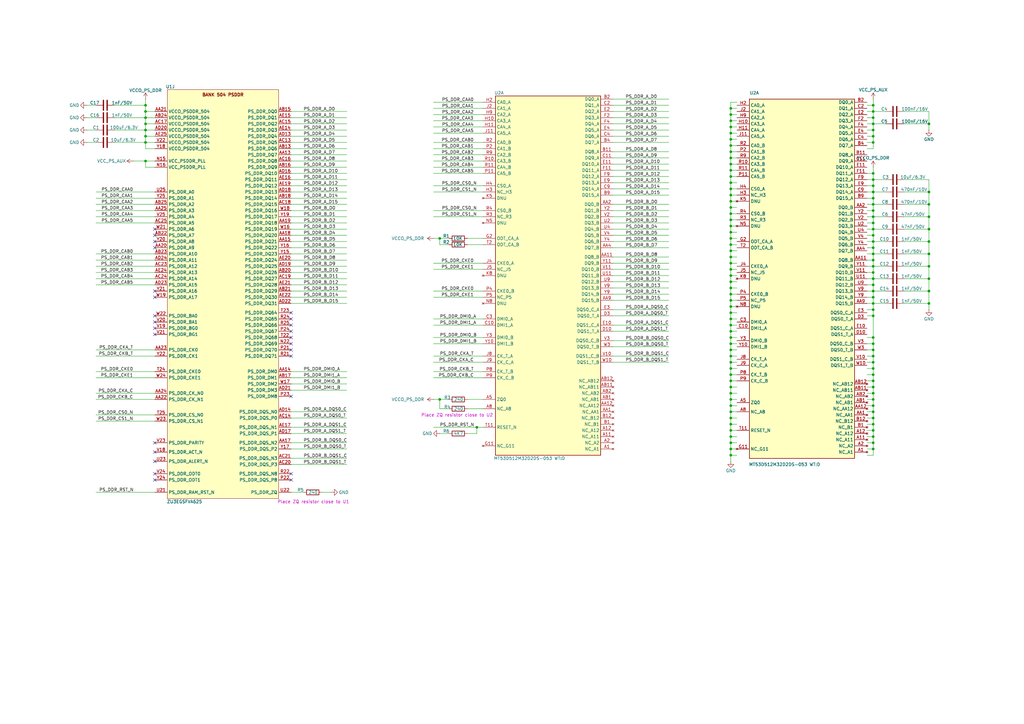
<source format=kicad_sch>
(kicad_sch (version 20250114) (generator "eeschema") (generator_version "9.0")
  (paper "A3")
  (lib_symbols
    (symbol "User:MLCC 100nF 16V ±10% X7R 0402" (pin_numbers (hide yes)) (pin_names (offset 0.254)) (exclude_from_sim yes)
      (property "Reference" "C" (at 0.635 2.54 0))
      (property "Value" "100nF/16V" (at 0.635 -2.54 0))
      (symbol "MLCC 100nF 16V ±10% X7R 0402_1_1"
        (pin passive line (at 0 3.81 270) (length 2.794) (name "~") (number "1"))
        (pin passive line (at 0 -3.81 90) (length 2.794) (name "~") (number "2"))
      )
    )
    (symbol "User:MLCC 100uF 6.3V ±20% X5R 0805" (pin_numbers (hide yes)) (pin_names (offset 0.254)) (exclude_from_sim yes)
      (property "Reference" "C" (at 0.635 2.54 0))
      (property "Value" "100uF/6.3V" (at 0.635 -2.54 0))
      (symbol "MLCC 100uF 6.3V ±20% X5R 0805_1_1"
        (pin passive line (at 0 3.81 270) (length 2.794) (name "~") (number "1"))
        (pin passive line (at 0 -3.81 90) (length 2.794) (name "~") (number "2"))
      )
    )
    (symbol "User:MLCC 10uF 6.3V ±20% X5R 0402" (pin_numbers (hide yes)) (pin_names (offset 0.254)) (exclude_from_sim yes)
      (property "Reference" "C" (at 0.635 2.54 0))
      (property "Value" "10uF/6.3V" (at 0.635 -2.54 0))
      (symbol "MLCC 10uF 6.3V ±20% X5R 0402_1_1"
        (pin passive line (at 0 3.81 270) (length 2.794) (name "~") (number "1"))
        (pin passive line (at 0 -3.81 90) (length 2.794) (name "~") (number "2"))
      )
    )
    (symbol "User:MLCC 1nF 50V ±10% X7R 0402" (pin_numbers (hide yes)) (pin_names (offset 0.254)) (exclude_from_sim yes)
      (property "Reference" "C" (at 0.635 2.54 0))
      (property "Value" "1nF/50V" (at 0.635 -2.54 0))
      (symbol "MLCC 1nF 50V ±10% X7R 0402_1_1"
        (pin passive line (at 0 3.81 270) (length 2.794) (name "~") (number "1"))
        (pin passive line (at 0 -3.81 90) (length 2.794) (name "~") (number "2"))
      )
    )
    (symbol "User:MLCC 470nF 10V ±10% X5R 0402" (pin_numbers (hide yes)) (pin_names (offset 0.254)) (exclude_from_sim yes)
      (property "Reference" "C" (at 0.635 2.54 0))
      (property "Value" "470nF/10V" (at 0.635 -2.54 0))
      (symbol "MLCC 470nF 10V ±10% X5R 0402_1_1"
        (pin passive line (at 0 3.81 270) (length 2.794) (name "~") (number "1"))
        (pin passive line (at 0 -3.81 90) (length 2.794) (name "~") (number "2"))
      )
    )
    (symbol "User:MLCC 47nF 50V ±10% X7R 0402" (pin_numbers (hide yes)) (pin_names (offset 0.254)) (exclude_from_sim yes)
      (property "Reference" "C" (at 0.635 2.54 0))
      (property "Value" "47nF/50V" (at 0.635 -2.54 0))
      (symbol "MLCC 47nF 50V ±10% X7R 0402_1_1"
        (pin passive line (at 0 3.81 270) (length 2.794) (name "~") (number "1"))
        (pin passive line (at 0 -3.81 90) (length 2.794) (name "~") (number "2"))
      )
    )
    (symbol "User:MT53D512M32D2DS-053-WT" (exclude_from_sim yes)
      (property "Reference" "U" (at -0.254 75.946 0))
      (property "Value" "MT53D512M32D2DS-053 WT:D" (at 0 -76.962 0))
      (symbol "MT53D512M32D2DS-053-WT_1_0"
        (pin bidirectional line (at -26.67 71.12 0) (length 5.08) (name "CA0_A") (number "H2"))
        (pin bidirectional line (at -26.67 68.58 0) (length 5.08) (name "CA1_A") (number "J2"))
        (pin bidirectional line (at -26.67 66.04 0) (length 5.08) (name "CA2_A") (number "H9"))
        (pin bidirectional line (at -26.67 63.5 0) (length 5.08) (name "CA3_A") (number "H10"))
        (pin bidirectional line (at -26.67 60.96 0) (length 5.08) (name "CA4_A") (number "H11"))
        (pin bidirectional line (at -26.67 58.42 0) (length 5.08) (name "CA5_A") (number "J11"))
        (pin bidirectional line (at -26.67 54.61 0) (length 5.08) (name "CA0_B") (number "R2"))
        (pin bidirectional line (at -26.67 52.07 0) (length 5.08) (name "CA1_B") (number "P2"))
        (pin bidirectional line (at -26.67 49.53 0) (length 5.08) (name "CA2_B") (number "R9"))
        (pin bidirectional line (at -26.67 46.99 0) (length 5.08) (name "CA3_B") (number "R10"))
        (pin bidirectional line (at -26.67 44.45 0) (length 5.08) (name "CA4_B") (number "R11"))
        (pin bidirectional line (at -26.67 41.91 0) (length 5.08) (name "CA5_B") (number "P11"))
        (pin bidirectional line (at -26.67 36.83 0) (length 5.08) (name "CS0_A") (number "H4"))
        (pin bidirectional line (at -26.67 34.29 0) (length 5.08) (name "NC_H3") (number "H3"))
        (pin no_connect line (at -26.67 31.75 0) (length 5.08) (name "DNU") (number "K5"))
        (pin bidirectional line (at -26.67 26.67 0) (length 5.08) (name "CS0_B") (number "R4"))
        (pin bidirectional line (at -26.67 24.13 0) (length 5.08) (name "NC_R3") (number "R3"))
        (pin no_connect line (at -26.67 21.59 0) (length 5.08) (name "DNU") (number "N5"))
        (pin bidirectional line (at -26.67 15.24 0) (length 5.08) (name "ODT_CA_A") (number "G2"))
        (pin bidirectional line (at -26.67 12.7 0) (length 5.08) (name "ODT_CA_B") (number "T2"))
        (pin bidirectional line (at -26.67 5.08 0) (length 5.08) (name "CKE0_A") (number "J4"))
        (pin bidirectional line (at -26.67 2.54 0) (length 5.08) (name "NC_J5") (number "J5"))
        (pin no_connect line (at -26.67 0 0) (length 5.08) (name "DNU") (number "K8"))
        (pin bidirectional line (at -26.67 -6.35 0) (length 5.08) (name "CKE0_B") (number "P4"))
        (pin bidirectional line (at -26.67 -8.89 0) (length 5.08) (name "NC_P5") (number "P5"))
        (pin no_connect line (at -26.67 -11.43 0) (length 5.08) (name "DNU") (number "N8"))
        (pin bidirectional line (at -26.67 -17.78 0) (length 5.08) (name "DMI0_A") (number "C3"))
        (pin bidirectional line (at -26.67 -20.32 0) (length 5.08) (name "DMI1_A") (number "C10"))
        (pin bidirectional line (at -26.67 -25.4 0) (length 5.08) (name "DMI0_B") (number "Y3"))
        (pin bidirectional line (at -26.67 -27.94 0) (length 5.08) (name "DMI1_B") (number "Y10"))
        (pin bidirectional line (at -26.67 -33.02 0) (length 5.08) (name "CK_T_A") (number "J8"))
        (pin bidirectional line (at -26.67 -35.56 0) (length 5.08) (name "CK_C_A") (number "J9"))
        (pin bidirectional line (at -26.67 -39.37 0) (length 5.08) (name "CK_T_B") (number "P8"))
        (pin bidirectional line (at -26.67 -41.91 0) (length 5.08) (name "CK_C_B") (number "P9"))
        (pin passive line (at -26.67 -50.8 0) (length 5.08) (name "ZQ0") (number "A5"))
        (pin passive line (at -26.67 -54.61 0) (length 5.08) (name "NC_A8") (number "A8"))
        (pin input line (at -26.67 -62.23 0) (length 5.08) (name "RESET_N") (number "T11"))
        (pin no_connect line (at -26.67 -69.85 0) (length 5.08) (name "NC_G11") (number "G11"))
        (pin bidirectional line (at 26.67 72.39 180) (length 5.08) (name "DQ0_A") (number "B2"))
        (pin bidirectional line (at 26.67 69.85 180) (length 5.08) (name "DQ1_A") (number "C2"))
        (pin bidirectional line (at 26.67 67.31 180) (length 5.08) (name "DQ2_A") (number "E2"))
        (pin bidirectional line (at 26.67 64.77 180) (length 5.08) (name "DQ3_A") (number "F2"))
        (pin bidirectional line (at 26.67 62.23 180) (length 5.08) (name "DQ4_A") (number "F4"))
        (pin bidirectional line (at 26.67 59.69 180) (length 5.08) (name "DQ5_A") (number "E4"))
        (pin bidirectional line (at 26.67 57.15 180) (length 5.08) (name "DQ6_A") (number "C4"))
        (pin bidirectional line (at 26.67 54.61 180) (length 5.08) (name "DQ7_A") (number "B4"))
        (pin bidirectional line (at 26.67 50.8 180) (length 5.08) (name "DQ8_A") (number "B11"))
        (pin bidirectional line (at 26.67 48.26 180) (length 5.08) (name "DQ9_A") (number "C11"))
        (pin bidirectional line (at 26.67 45.72 180) (length 5.08) (name "DQ10_A") (number "E11"))
        (pin bidirectional line (at 26.67 43.18 180) (length 5.08) (name "DQ11_A") (number "F11"))
        (pin bidirectional line (at 26.67 40.64 180) (length 5.08) (name "DQ12_A") (number "F9"))
        (pin bidirectional line (at 26.67 38.1 180) (length 5.08) (name "DQ13_A") (number "E9"))
        (pin bidirectional line (at 26.67 35.56 180) (length 5.08) (name "DQ14_A") (number "C9"))
        (pin bidirectional line (at 26.67 33.02 180) (length 5.08) (name "DQ15_A") (number "B9"))
        (pin bidirectional line (at 26.67 29.21 180) (length 5.08) (name "DQ0_B") (number "AA2"))
        (pin bidirectional line (at 26.67 26.67 180) (length 5.08) (name "DQ1_B") (number "Y2"))
        (pin bidirectional line (at 26.67 24.13 180) (length 5.08) (name "DQ2_B") (number "V2"))
        (pin bidirectional line (at 26.67 21.59 180) (length 5.08) (name "DQ3_B") (number "U2"))
        (pin bidirectional line (at 26.67 19.05 180) (length 5.08) (name "DQ4_B") (number "U4"))
        (pin bidirectional line (at 26.67 16.51 180) (length 5.08) (name "DQ5_B") (number "V4"))
        (pin bidirectional line (at 26.67 13.97 180) (length 5.08) (name "DQ6_B") (number "Y4"))
        (pin bidirectional line (at 26.67 11.43 180) (length 5.08) (name "DQ7_B") (number "AA4"))
        (pin bidirectional line (at 26.67 7.62 180) (length 5.08) (name "DQ8_B") (number "AA11"))
        (pin bidirectional line (at 26.67 5.08 180) (length 5.08) (name "DQ9_B") (number "Y11"))
        (pin bidirectional line (at 26.67 2.54 180) (length 5.08) (name "DQ10_B") (number "V11"))
        (pin bidirectional line (at 26.67 0 180) (length 5.08) (name "DQ11_B") (number "U11"))
        (pin bidirectional line (at 26.67 -2.54 180) (length 5.08) (name "DQ12_B") (number "U9"))
        (pin bidirectional line (at 26.67 -5.08 180) (length 5.08) (name "DQ13_B") (number "V9"))
        (pin bidirectional line (at 26.67 -7.62 180) (length 5.08) (name "DQ14_B") (number "Y9"))
        (pin bidirectional line (at 26.67 -10.16 180) (length 5.08) (name "DQ15_B") (number "AA9"))
        (pin bidirectional line (at 26.67 -13.97 180) (length 5.08) (name "DQS0_C_A") (number "E3"))
        (pin bidirectional line (at 26.67 -16.51 180) (length 5.08) (name "DQS0_T_A") (number "D3"))
        (pin bidirectional line (at 26.67 -20.32 180) (length 5.08) (name "DQS1_C_A") (number "E10"))
        (pin bidirectional line (at 26.67 -22.86 180) (length 5.08) (name "DQS1_T_A") (number "D10"))
        (pin bidirectional line (at 26.67 -26.67 180) (length 5.08) (name "DQS0_C_B") (number "V3"))
        (pin bidirectional line (at 26.67 -29.21 180) (length 5.08) (name "DQS0_T_B") (number "W3"))
        (pin bidirectional line (at 26.67 -33.02 180) (length 5.08) (name "DQS1_C_B") (number "V10"))
        (pin bidirectional line (at 26.67 -35.56 180) (length 5.08) (name "DQS1_T_B") (number "W10"))
        (pin no_connect line (at 26.67 -43.18 180) (length 5.08) (name "NC_AB12") (number "AB12"))
        (pin no_connect line (at 26.67 -45.72 180) (length 5.08) (name "NC_AB11") (number "AB11"))
        (pin no_connect line (at 26.67 -48.26 180) (length 5.08) (name "NC_AB2") (number "AB2"))
        (pin no_connect line (at 26.67 -50.8 180) (length 5.08) (name "NC_AB1") (number "AB1"))
        (pin no_connect line (at 26.67 -53.34 180) (length 5.08) (name "NC_AA12") (number "AA12"))
        (pin no_connect line (at 26.67 -55.88 180) (length 5.08) (name "NC_AA1") (number "AA1"))
        (pin no_connect line (at 26.67 -58.42 180) (length 5.08) (name "NC_B12") (number "B12"))
        (pin no_connect line (at 26.67 -60.96 180) (length 5.08) (name "NC_B1") (number "B1"))
        (pin no_connect line (at 26.67 -63.5 180) (length 5.08) (name "NC_A12") (number "A12"))
        (pin no_connect line (at 26.67 -66.04 180) (length 5.08) (name "NC_A11") (number "A11"))
        (pin no_connect line (at 26.67 -68.58 180) (length 5.08) (name "NC_A2") (number "A2"))
        (pin no_connect line (at 26.67 -71.12 180) (length 5.08) (name "NC_A1") (number "A1"))
      )
      (symbol "MT53D512M32D2DS-053-WT_2_0"
        (pin passive line (at -26.67 72.39 0) (length 5.08) (name "VSS") (number "A3"))
        (pin passive line (at -26.67 69.85 0) (length 5.08) (name "VSS") (number "A10"))
        (pin passive line (at -26.67 67.31 0) (length 5.08) (name "VSS") (number "C1"))
        (pin passive line (at -26.67 64.77 0) (length 5.08) (name "VSS") (number "C5"))
        (pin passive line (at -26.67 62.23 0) (length 5.08) (name "VSS") (number "C8"))
        (pin passive line (at -26.67 59.69 0) (length 5.08) (name "VSS") (number "C12"))
        (pin passive line (at -26.67 57.15 0) (length 5.08) (name "VSS") (number "D2"))
        (pin passive line (at -26.67 54.61 0) (length 5.08) (name "VSS") (number "D4"))
        (pin passive line (at -26.67 52.07 0) (length 5.08) (name "VSS") (number "D9"))
        (pin passive line (at -26.67 49.53 0) (length 5.08) (name "VSS") (number "D11"))
        (pin passive line (at -26.67 46.99 0) (length 5.08) (name "VSS") (number "E1"))
        (pin passive line (at -26.67 44.45 0) (length 5.08) (name "VSS") (number "E5"))
        (pin passive line (at -26.67 41.91 0) (length 5.08) (name "VSS") (number "E8"))
        (pin passive line (at -26.67 39.37 0) (length 5.08) (name "VSS") (number "E12"))
        (pin passive line (at -26.67 36.83 0) (length 5.08) (name "VSS") (number "G1"))
        (pin passive line (at -26.67 34.29 0) (length 5.08) (name "VSS") (number "G3"))
        (pin passive line (at -26.67 31.75 0) (length 5.08) (name "VSS") (number "G5"))
        (pin passive line (at -26.67 29.21 0) (length 5.08) (name "VSS") (number "G8"))
        (pin passive line (at -26.67 26.67 0) (length 5.08) (name "VSS") (number "G10"))
        (pin passive line (at -26.67 24.13 0) (length 5.08) (name "VSS") (number "G12"))
        (pin passive line (at -26.67 21.59 0) (length 5.08) (name "VSS") (number "J1"))
        (pin passive line (at -26.67 19.05 0) (length 5.08) (name "VSS") (number "J3"))
        (pin passive line (at -26.67 16.51 0) (length 5.08) (name "VSS") (number "J10"))
        (pin passive line (at -26.67 13.97 0) (length 5.08) (name "VSS") (number "J12"))
        (pin passive line (at -26.67 11.43 0) (length 5.08) (name "VSS") (number "K2"))
        (pin passive line (at -26.67 8.89 0) (length 5.08) (name "VSS") (number "K4"))
        (pin passive line (at -26.67 6.35 0) (length 5.08) (name "VSS") (number "K9"))
        (pin passive line (at -26.67 3.81 0) (length 5.08) (name "VSS") (number "K11"))
        (pin passive line (at -26.67 1.27 0) (length 5.08) (name "VSS") (number "N2"))
        (pin passive line (at -26.67 -1.27 0) (length 5.08) (name "VSS") (number "N4"))
        (pin passive line (at -26.67 -3.81 0) (length 5.08) (name "VSS") (number "N9"))
        (pin passive line (at -26.67 -6.35 0) (length 5.08) (name "VSS") (number "N11"))
        (pin passive line (at -26.67 -8.89 0) (length 5.08) (name "VSS") (number "P1"))
        (pin passive line (at -26.67 -11.43 0) (length 5.08) (name "VSS") (number "P3"))
        (pin passive line (at -26.67 -13.97 0) (length 5.08) (name "VSS") (number "P10"))
        (pin passive line (at -26.67 -16.51 0) (length 5.08) (name "VSS") (number "P12"))
        (pin passive line (at -26.67 -19.05 0) (length 5.08) (name "VSS") (number "T1"))
        (pin passive line (at -26.67 -21.59 0) (length 5.08) (name "VSS") (number "T3"))
        (pin passive line (at -26.67 -24.13 0) (length 5.08) (name "VSS") (number "T5"))
        (pin passive line (at -26.67 -26.67 0) (length 5.08) (name "VSS") (number "T8"))
        (pin passive line (at -26.67 -29.21 0) (length 5.08) (name "VSS") (number "T10"))
        (pin passive line (at -26.67 -31.75 0) (length 5.08) (name "VSS") (number "T12"))
        (pin passive line (at -26.67 -34.29 0) (length 5.08) (name "VSS") (number "V1"))
        (pin passive line (at -26.67 -36.83 0) (length 5.08) (name "VSS") (number "V5"))
        (pin passive line (at -26.67 -39.37 0) (length 5.08) (name "VSS") (number "V8"))
        (pin passive line (at -26.67 -41.91 0) (length 5.08) (name "VSS") (number "V12"))
        (pin passive line (at -26.67 -44.45 0) (length 5.08) (name "VSS") (number "W2"))
        (pin passive line (at -26.67 -46.99 0) (length 5.08) (name "VSS") (number "W4"))
        (pin passive line (at -26.67 -49.53 0) (length 5.08) (name "VSS") (number "W9"))
        (pin passive line (at -26.67 -52.07 0) (length 5.08) (name "VSS") (number "W11"))
        (pin passive line (at -26.67 -54.61 0) (length 5.08) (name "VSS") (number "Y1"))
        (pin passive line (at -26.67 -57.15 0) (length 5.08) (name "VSS") (number "Y5"))
        (pin passive line (at -26.67 -59.69 0) (length 5.08) (name "VSS") (number "Y8"))
        (pin passive line (at -26.67 -62.23 0) (length 5.08) (name "VSS") (number "Y12"))
        (pin passive line (at -26.67 -64.77 0) (length 5.08) (name "VSS") (number "AB3"))
        (pin passive line (at -26.67 -67.31 0) (length 5.08) (name "VSS") (number "AB5"))
        (pin passive line (at -26.67 -69.85 0) (length 5.08) (name "VSS") (number "AB8"))
        (pin passive line (at -26.67 -72.39 0) (length 5.08) (name "VSS") (number "AB10"))
        (pin passive line (at 26.67 71.12 180) (length 5.08) (name "VDD1") (number "F1"))
        (pin passive line (at 26.67 68.58 180) (length 5.08) (name "VDD1") (number "F12"))
        (pin passive line (at 26.67 66.04 180) (length 5.08) (name "VDD1") (number "G4"))
        (pin passive line (at 26.67 63.5 180) (length 5.08) (name "VDD1") (number "G9"))
        (pin passive line (at 26.67 60.96 180) (length 5.08) (name "VDD1") (number "T4"))
        (pin passive line (at 26.67 58.42 180) (length 5.08) (name "VDD1") (number "T9"))
        (pin passive line (at 26.67 55.88 180) (length 5.08) (name "VDD1") (number "U1"))
        (pin passive line (at 26.67 53.34 180) (length 5.08) (name "VDD1") (number "U12"))
        (pin passive line (at 26.67 43.18 180) (length 5.08) (name "VDD2") (number "A4"))
        (pin passive line (at 26.67 40.64 180) (length 5.08) (name "VDD2") (number "A9"))
        (pin passive line (at 26.67 38.1 180) (length 5.08) (name "VDD2") (number "F5"))
        (pin passive line (at 26.67 35.56 180) (length 5.08) (name "VDD2") (number "F8"))
        (pin passive line (at 26.67 33.02 180) (length 5.08) (name "VDD2") (number "H1"))
        (pin passive line (at 26.67 30.48 180) (length 5.08) (name "VDD2") (number "H5"))
        (pin passive line (at 26.67 27.94 180) (length 5.08) (name "VDD2") (number "H8"))
        (pin passive line (at 26.67 25.4 180) (length 5.08) (name "VDD2") (number "H12"))
        (pin passive line (at 26.67 22.86 180) (length 5.08) (name "VDD2") (number "K1"))
        (pin passive line (at 26.67 20.32 180) (length 5.08) (name "VDD2") (number "K3"))
        (pin passive line (at 26.67 17.78 180) (length 5.08) (name "VDD2") (number "K10"))
        (pin passive line (at 26.67 15.24 180) (length 5.08) (name "VDD2") (number "K12"))
        (pin passive line (at 26.67 12.7 180) (length 5.08) (name "VDD2") (number "N1"))
        (pin passive line (at 26.67 10.16 180) (length 5.08) (name "VDD2") (number "N3"))
        (pin passive line (at 26.67 7.62 180) (length 5.08) (name "VDD2") (number "N10"))
        (pin passive line (at 26.67 5.08 180) (length 5.08) (name "VDD2") (number "N12"))
        (pin passive line (at 26.67 2.54 180) (length 5.08) (name "VDD2") (number "R1"))
        (pin passive line (at 26.67 0 180) (length 5.08) (name "VDD2") (number "R5"))
        (pin passive line (at 26.67 -2.54 180) (length 5.08) (name "VDD2") (number "R8"))
        (pin passive line (at 26.67 -5.08 180) (length 5.08) (name "VDD2") (number "R12"))
        (pin passive line (at 26.67 -7.62 180) (length 5.08) (name "VDD2") (number "U5"))
        (pin passive line (at 26.67 -10.16 180) (length 5.08) (name "VDD2") (number "U8"))
        (pin passive line (at 26.67 -12.7 180) (length 5.08) (name "VDD2") (number "AB4"))
        (pin passive line (at 26.67 -15.24 180) (length 5.08) (name "VDD2") (number "AB9"))
        (pin passive line (at 26.67 -24.13 180) (length 5.08) (name "VDDQ") (number "B3"))
        (pin passive line (at 26.67 -26.67 180) (length 5.08) (name "VDDQ") (number "B5"))
        (pin passive line (at 26.67 -29.21 180) (length 5.08) (name "VDDQ") (number "B8"))
        (pin passive line (at 26.67 -31.75 180) (length 5.08) (name "VDDQ") (number "B10"))
        (pin passive line (at 26.67 -34.29 180) (length 5.08) (name "VDDQ") (number "D1"))
        (pin passive line (at 26.67 -36.83 180) (length 5.08) (name "VDDQ") (number "D5"))
        (pin passive line (at 26.67 -39.37 180) (length 5.08) (name "VDDQ") (number "D8"))
        (pin passive line (at 26.67 -41.91 180) (length 5.08) (name "VDDQ") (number "D12"))
        (pin passive line (at 26.67 -44.45 180) (length 5.08) (name "VDDQ") (number "F3"))
        (pin passive line (at 26.67 -46.99 180) (length 5.08) (name "VDDQ") (number "F10"))
        (pin passive line (at 26.67 -49.53 180) (length 5.08) (name "VDDQ") (number "U3"))
        (pin passive line (at 26.67 -52.07 180) (length 5.08) (name "VDDQ") (number "U10"))
        (pin passive line (at 26.67 -54.61 180) (length 5.08) (name "VDDQ") (number "W1"))
        (pin passive line (at 26.67 -57.15 180) (length 5.08) (name "VDDQ") (number "W5"))
        (pin passive line (at 26.67 -59.69 180) (length 5.08) (name "VDDQ") (number "W8"))
        (pin passive line (at 26.67 -62.23 180) (length 5.08) (name "VDDQ") (number "W12"))
        (pin passive line (at 26.67 -64.77 180) (length 5.08) (name "VDDQ") (number "AA3"))
        (pin passive line (at 26.67 -67.31 180) (length 5.08) (name "VDDQ") (number "AA5"))
        (pin passive line (at 26.67 -69.85 180) (length 5.08) (name "VDDQ") (number "AA8"))
        (pin passive line (at 26.67 -72.39 180) (length 5.08) (name "VDDQ") (number "AA10"))
      )
    )
    (symbol "User:RES 10Kohm 1% 1/16W 0402" (pin_numbers (hide yes)) (pin_names (offset 0)) (exclude_from_sim yes)
      (property "Reference" "R" (at 2.032 0 90))
      (property "Value" "10K" (at 0 0 90))
      (symbol "RES 10Kohm 1% 1/16W 0402_1_1"
        (pin passive line (at 0 3.81 270) (length 1.27) (name "~") (number "1"))
        (pin passive line (at 0 -3.81 90) (length 1.27) (name "~") (number "2"))
      )
    )
    (symbol "User:RES 240ohm 1% 1/16W 0402" (pin_numbers (hide yes)) (pin_names (offset 0))
      (property "Reference" "R" (at 2.032 0 90))
      (property "Value" "240" (at 0 0 90))
      (symbol "RES 240ohm 1% 1/16W 0402_1_1"
        (pin passive line (at 0 3.81 270) (length 1.27) (name "~") (number "1"))
        (pin passive line (at 0 -3.81 90) (length 1.27) (name "~") (number "2"))
      )
    )
    (symbol "User:RES 4.7Kohm 1% 1/16W 0402" (pin_numbers (hide yes)) (pin_names (offset 0)) (exclude_from_sim yes)
      (property "Reference" "R" (at 2.032 0 90))
      (property "Value" "4K7" (at 0 0 90))
      (symbol "RES 4.7Kohm 1% 1/16W 0402_1_1"
        (pin passive line (at 0 3.81 270) (length 1.27) (name "~") (number "1"))
        (pin passive line (at 0 -3.81 90) (length 1.27) (name "~") (number "2"))
      )
    )
    (symbol "User:XCZU3EGSFVA625" (exclude_from_sim yes)
      (property "Reference" "U" (at 0 84.836 0))
      (property "Value" "ZU3EGSFVA625" (at -2.54 22.86 0))
      (symbol "XCZU3EGSFVA625_1_0"
        (pin passive line (at -13.97 10.16 0) (length 5.08) (name "PUDC_B") (number "V8"))
        (pin passive line (at -13.97 -11.43 0) (length 5.08) (name "POR_OVERRIDE") (number "V9"))
        (pin passive line (at 13.97 12.7 180) (length 5.08) (name "VCCADC") (number "M13"))
        (pin passive line (at 13.97 8.89 180) (length 5.08) (name "VREFP") (number "P13"))
        (pin passive line (at 13.97 6.35 180) (length 5.08) (name "VREFN") (number "N12"))
        (pin passive line (at 13.97 1.27 180) (length 5.08) (name "VP") (number "N13"))
        (pin passive line (at 13.97 -1.27 180) (length 5.08) (name "VN") (number "P12"))
        (pin passive line (at 13.97 -6.35 180) (length 5.08) (name "DXP") (number "R13"))
        (pin passive line (at 13.97 -13.97 180) (length 5.08) (name "GNDADC") (number "M12"))
      )
      (symbol "XCZU3EGSFVA625_1_1"
        (pin passive line (at 13.97 -8.89 180) (length 5.08) (name "DXN") (number "R12"))
      )
      (symbol "XCZU3EGSFVA625_2_0"
        (pin passive line (at -27.94 10.16 0) (length 5.08) (name "IO_L1P_AD11P_26") (number "E12"))
        (pin passive line (at -27.94 7.62 0) (length 5.08) (name "IO_L1N_AD11N_26") (number "D12"))
        (pin passive line (at -27.94 5.08 0) (length 5.08) (name "IO_L2P_AD10P_26") (number "B12"))
        (pin passive line (at -27.94 2.54 0) (length 5.08) (name "IO_L2N_AD10N_26") (number "A12"))
        (pin passive line (at -27.94 0 0) (length 5.08) (name "IO_L3P_AD9P_26") (number "B11"))
        (pin passive line (at -27.94 -2.54 0) (length 5.08) (name "IO_L3N_AD9N_26") (number "A10"))
        (pin passive line (at -27.94 -5.08 0) (length 5.08) (name "IO_L4P_AD8P_26") (number "C10"))
        (pin passive line (at -27.94 -7.62 0) (length 5.08) (name "IO_L4N_AD8N_26") (number "B10"))
        (pin passive line (at -27.94 -10.16 0) (length 5.08) (name "IO_L5P_HDGC_AD7P_26") (number "D11"))
        (pin passive line (at -27.94 -12.7 0) (length 5.08) (name "IO_L5N_HDGC_AD7N_26") (number "C11"))
        (pin passive line (at -27.94 -15.24 0) (length 5.08) (name "IO_L6P_HDGC_AD6P_26") (number "D9"))
        (pin passive line (at -27.94 -17.78 0) (length 5.08) (name "IO_L6N_HDGC_AD6N_26") (number "C9"))
        (pin passive line (at 27.94 17.78 180) (length 5.08) (name "VCCO_26") (number "F11"))
        (pin passive line (at 27.94 15.24 180) (length 5.08) (name "VCCO_26") (number "D10"))
        (pin passive line (at 27.94 10.16 180) (length 5.08) (name "IO_L7P_HDGC_AD5P_26") (number "F9"))
        (pin passive line (at 27.94 7.62 180) (length 5.08) (name "IO_L7N_HDGC_AD5N_26") (number "E9"))
        (pin passive line (at 27.94 5.08 180) (length 5.08) (name "IO_L8P_HDGC_AD4P_26") (number "E11"))
        (pin passive line (at 27.94 2.54 180) (length 5.08) (name "IO_L8N_HDGC_AD4N_26") (number "E10"))
        (pin passive line (at 27.94 0 180) (length 5.08) (name "IO_L9P_AD3P_26") (number "H10"))
        (pin passive line (at 27.94 -2.54 180) (length 5.08) (name "IO_L9N_AD3N_26") (number "H9"))
        (pin passive line (at 27.94 -5.08 180) (length 5.08) (name "IO_L10P_AD2P_26") (number "G10"))
        (pin passive line (at 27.94 -7.62 180) (length 5.08) (name "IO_L10N_AD2N_26") (number "F10"))
        (pin passive line (at 27.94 -10.16 180) (length 5.08) (name "IO_L11P_AD1P_26") (number "H11"))
        (pin passive line (at 27.94 -12.7 180) (length 5.08) (name "IO_L11N_AD1N_26") (number "G11"))
        (pin passive line (at 27.94 -15.24 180) (length 5.08) (name "IO_L12P_AD0P_26") (number "G12"))
        (pin passive line (at 27.94 -17.78 180) (length 5.08) (name "IO_L12N_AD0N_26") (number "F12"))
      )
      (symbol "XCZU3EGSFVA625_2_1"
        (text "BANK 26 HD" (at 0 18.542 0) (effects (font (size 1.27 1.27) (bold yes))))
      )
      (symbol "XCZU3EGSFVA625_3_0"
        (pin passive line (at -43.18 38.1 0) (length 5.08) (name "VREF_64") (number "V6"))
        (pin passive line (at -43.18 26.67 0) (length 5.08) (name "IO_L1P_T0L_N0_DBC_64") (number "AB6"))
        (pin passive line (at -43.18 24.13 0) (length 5.08) (name "IO_L1N_T0L_N1_DBC_64") (number "AC6"))
        (pin passive line (at -43.18 21.59 0) (length 5.08) (name "IO_L2P_T0L_N2_64") (number "AD8"))
        (pin passive line (at -43.18 19.05 0) (length 5.08) (name "IO_L2N_T0L_N3_64") (number "AD7"))
        (pin passive line (at -43.18 16.51 0) (length 5.08) (name "IO_L3P_T0L_N4_AD15P_64") (number "AE7"))
        (pin passive line (at -43.18 13.97 0) (length 5.08) (name "IO_L3N_T0L_N5_AD15N_64") (number "AE6"))
        (pin passive line (at -43.18 11.43 0) (length 5.08) (name "IO_L4P_T0U_N6_DBC_AD7P_64") (number "AD9"))
        (pin passive line (at -43.18 8.89 0) (length 5.08) (name "IO_L4N_T0U_N7_DBC_AD7N_64") (number "AE9"))
        (pin passive line (at -43.18 6.35 0) (length 5.08) (name "IO_L5P_T0U_N8_AD14P_64") (number "AD6"))
        (pin passive line (at -43.18 3.81 0) (length 5.08) (name "IO_L5N_T0U_N9_AD14N_64") (number "AD5"))
        (pin passive line (at -43.18 1.27 0) (length 5.08) (name "IO_L6P_T0U_N10_AD6P_64") (number "AC9"))
        (pin passive line (at -43.18 -1.27 0) (length 5.08) (name "IO_L6N_T0U_N11_AD6N_64") (number "AC8"))
        (pin passive line (at -43.18 -3.81 0) (length 5.08) (name "IO_T0U_N12_VRP_64") (number "AC5"))
        (pin passive line (at -43.18 -8.89 0) (length 5.08) (name "IO_L7P_T1L_N0_QBC_AD13P_64") (number "AA9"))
        (pin passive line (at -43.18 -11.43 0) (length 5.08) (name "IO_L7N_T1L_N1_QBC_AD13N_64") (number "AA8"))
        (pin passive line (at -43.18 -13.97 0) (length 5.08) (name "IO_L8P_T1L_N2_AD5P_64") (number "Y7"))
        (pin passive line (at -43.18 -16.51 0) (length 5.08) (name "IO_L8N_T1L_N3_AD5N_64") (number "AA7"))
        (pin passive line (at -43.18 -19.05 0) (length 5.08) (name "IO_L9P_T1L_N4_AD12P_64") (number "AB8"))
        (pin passive line (at -43.18 -21.59 0) (length 5.08) (name "IO_L9N_T1L_N5_AD12N_64") (number "AB7"))
        (pin passive line (at -43.18 -24.13 0) (length 5.08) (name "IO_L10P_T1U_N6_QBC_AD4P_64") (number "W8"))
        (pin passive line (at -43.18 -26.67 0) (length 5.08) (name "IO_L10N_T1U_N7_QBC_AD4N_64") (number "W7"))
        (pin passive line (at -43.18 -29.21 0) (length 5.08) (name "IO_L11P_T1U_N8_GC_64") (number "Y5"))
        (pin passive line (at -43.18 -31.75 0) (length 5.08) (name "IO_L11N_T1U_N9_GC_64") (number "AA5"))
        (pin passive line (at -43.18 -34.29 0) (length 5.08) (name "IO_L12P_T1U_N10_GC_64") (number "W6"))
        (pin passive line (at -43.18 -36.83 0) (length 5.08) (name "IO_L12N_T1U_N11_GC_64") (number "Y6"))
        (pin passive line (at -43.18 -39.37 0) (length 5.08) (name "IO_T1U_N12_64") (number "V5"))
        (pin passive line (at 43.18 38.1 180) (length 5.08) (name "VCCO_64") (number "AA6"))
        (pin passive line (at 43.18 35.56 180) (length 5.08) (name "VCCO_64") (number "AB9"))
        (pin passive line (at 43.18 33.02 180) (length 5.08) (name "VCCO_64") (number "V7"))
        (pin passive line (at 43.18 26.67 180) (length 5.08) (name "IO_L24N_T3U_N11_64") (number "AA3"))
        (pin passive line (at 43.18 24.13 180) (length 5.08) (name "IO_L24P_T3U_N10_64") (number "AA4"))
        (pin passive line (at 43.18 21.59 180) (length 5.08) (name "IO_L23N_T3U_N9_64") (number "Y1"))
        (pin passive line (at 43.18 19.05 180) (length 5.08) (name "IO_L23P_T3U_N8_64") (number "W1"))
        (pin passive line (at 43.18 16.51 180) (length 5.08) (name "IO_L22N_T3U_N7_DBC_AD0N_64") (number "Y4"))
        (pin passive line (at 43.18 13.97 180) (length 5.08) (name "IO_L22P_T3U_N6_DBC_AD0P_64") (number "W4"))
        (pin passive line (at 43.18 11.43 180) (length 5.08) (name "IO_L21N_T3L_N5_AD8N_64") (number "AB1"))
        (pin passive line (at 43.18 8.89 180) (length 5.08) (name "IO_L21P_T3L_N4_AD8P_64") (number "AB2"))
        (pin passive line (at 43.18 6.35 180) (length 5.08) (name "IO_L20N_T3L_N3_AD1N_64") (number "W2"))
        (pin passive line (at 43.18 3.81 180) (length 5.08) (name "IO_L20P_T3L_N2_AD1P_64") (number "W3"))
        (pin passive line (at 43.18 1.27 180) (length 5.08) (name "IO_L19N_T3L_N1_DBC_AD9N_64") (number "AA2"))
        (pin passive line (at 43.18 -1.27 180) (length 5.08) (name "IO_L19P_T3L_N0_DBC_AD9P_64") (number "Y2"))
        (pin passive line (at 43.18 -3.81 180) (length 5.08) (name "IO_T3U_N12_64") (number "V4"))
        (pin passive line (at 43.18 -8.89 180) (length 5.08) (name "IO_L18N_T2U_N11_AD2N_64") (number "AE3"))
        (pin passive line (at 43.18 -11.43 180) (length 5.08) (name "IO_L18P_T2U_N10_AD2P_64") (number "AE4"))
        (pin passive line (at 43.18 -13.97 180) (length 5.08) (name "IO_L17N_T2U_N9_AD10N_64") (number "AE1"))
        (pin passive line (at 43.18 -16.51 180) (length 5.08) (name "IO_L17P_T2U_N8_AD10P_64") (number "AD1"))
        (pin passive line (at 43.18 -19.05 180) (length 5.08) (name "IO_L16N_T2U_N7_QBC_AD3N_64") (number "AD3"))
        (pin passive line (at 43.18 -21.59 180) (length 5.08) (name "IO_L16P_T2U_N6_QBC_AD3P_64") (number "AD4"))
        (pin passive line (at 43.18 -24.13 180) (length 5.08) (name "IO_L15N_T2L_N5_AD11N_64") (number "AE2"))
        (pin passive line (at 43.18 -26.67 180) (length 5.08) (name "IO_L15P_T2L_N4_AD11P_64") (number "AD2"))
        (pin passive line (at 43.18 -29.21 180) (length 5.08) (name "IO_L14N_T2L_N3_GC_64") (number "AC4"))
        (pin passive line (at 43.18 -31.75 180) (length 5.08) (name "IO_L14P_T2L_N2_GC_64") (number "AB5"))
        (pin passive line (at 43.18 -34.29 180) (length 5.08) (name "IO_L13N_T2L_N1_GC_QBC_64") (number "AC3"))
        (pin passive line (at 43.18 -36.83 180) (length 5.08) (name "IO_L13P_T2L_N0_GC_QBC_64") (number "AB3"))
        (pin passive line (at 43.18 -39.37 180) (length 5.08) (name "IO_T2U_N12_64") (number "AC1"))
      )
      (symbol "XCZU3EGSFVA625_3_1"
        (text "BANK 64 HP" (at 0 40.386 0) (effects (font (size 1.27 1.27) (bold yes))))
      )
      (symbol "XCZU3EGSFVA625_4_0"
        (pin passive line (at -43.18 38.1 0) (length 5.08) (name "VREF_65") (number "N6"))
        (pin passive line (at -43.18 26.67 0) (length 5.08) (name "IO_L1P_T0L_N0_DBC_65") (number "R2"))
        (pin passive line (at -43.18 24.13 0) (length 5.08) (name "IO_L1N_T0L_N1_DBC_65") (number "R1"))
        (pin passive line (at -43.18 21.59 0) (length 5.08) (name "IO_L2P_T0L_N2_65") (number "U1"))
        (pin passive line (at -43.18 19.05 0) (length 5.08) (name "IO_L2N_T0L_N3_65") (number "V1"))
        (pin passive line (at -43.18 16.51 0) (length 5.08) (name "IO_L3P_T0L_N4_AD15P_65") (number "N1"))
        (pin passive line (at -43.18 13.97 0) (length 5.08) (name "IO_L3N_T0L_N5_AD15N_65") (number "P1"))
        (pin passive line (at -43.18 11.43 0) (length 5.08) (name "IO_L4P_T0U_N6_DBC_AD7P_SMBALERT_65") (number "U3"))
        (pin passive line (at -43.18 8.89 0) (length 5.08) (name "IO_L4N_T0U_N7_DBC_AD7N_65") (number "V3"))
        (pin passive line (at -43.18 6.35 0) (length 5.08) (name "IO_L5P_T0U_N8_AD14P_65") (number "P3"))
        (pin passive line (at -43.18 3.81 0) (length 5.08) (name "IO_L5N_T0U_N9_AD14N_65") (number "P2"))
        (pin passive line (at -43.18 1.27 0) (length 5.08) (name "IO_L6P_T0U_N10_AD6P_65") (number "T3"))
        (pin passive line (at -43.18 -1.27 0) (length 5.08) (name "IO_L6N_T0U_N11_AD6N_65") (number "U2"))
        (pin passive line (at -43.18 -3.81 0) (length 5.08) (name "IO_T0U_N12_VRP_65") (number "T2"))
        (pin passive line (at -43.18 -8.89 0) (length 5.08) (name "IO_L7P_T1L_N0_QBC_AD13P_65") (number "U6"))
        (pin passive line (at -43.18 -11.43 0) (length 5.08) (name "IO_L7N_T1L_N1_QBC_AD13N_65") (number "U5"))
        (pin passive line (at -43.18 -13.97 0) (length 5.08) (name "IO_L8P_T1L_N2_AD5P_65") (number "R7"))
        (pin passive line (at -43.18 -16.51 0) (length 5.08) (name "IO_L8N_T1L_N3_AD5N_65") (number "T7"))
        (pin passive line (at -43.18 -19.05 0) (length 5.08) (name "IO_L9P_T1L_N4_AD12P_65") (number "T5"))
        (pin passive line (at -43.18 -21.59 0) (length 5.08) (name "IO_L9N_T1L_N5_AD12N_65") (number "T4"))
        (pin passive line (at -43.18 -24.13 0) (length 5.08) (name "IO_L10P_T1U_N6_QBC_AD4P_65") (number "P7"))
        (pin passive line (at -43.18 -26.67 0) (length 5.08) (name "IO_L10N_T1U_N7_QBC_AD4N_65") (number "P6"))
        (pin passive line (at -43.18 -29.21 0) (length 5.08) (name "IO_L11P_T1U_N8_GC_65") (number "P4"))
        (pin passive line (at -43.18 -31.75 0) (length 5.08) (name "IO_L11N_T1U_N9_GC_65") (number "R4"))
        (pin passive line (at -43.18 -34.29 0) (length 5.08) (name "IO_L12P_T1U_N10_GC_65") (number "R6"))
        (pin passive line (at -43.18 -36.83 0) (length 5.08) (name "IO_L12N_T1U_N11_GC_65") (number "R5"))
        (pin passive line (at -43.18 -39.37 0) (length 5.08) (name "IO_T1U_N12_65") (number "U7"))
        (pin passive line (at 43.18 38.1 180) (length 5.08) (name "VCCO_65") (number "U4"))
        (pin passive line (at 43.18 35.56 180) (length 5.08) (name "VCCO_65") (number "P5"))
        (pin passive line (at 43.18 33.02 180) (length 5.08) (name "VCCO_65") (number "L6"))
        (pin passive line (at 43.18 26.67 180) (length 5.08) (name "IO_L13P_T2L_N0_GC_QBC_65") (number "M3"))
        (pin passive line (at 43.18 24.13 180) (length 5.08) (name "IO_L13N_T2L_N1_GC_QBC_65") (number "L3"))
        (pin passive line (at 43.18 21.59 180) (length 5.08) (name "IO_L14P_T2L_N2_GC_65") (number "N4"))
        (pin passive line (at 43.18 19.05 180) (length 5.08) (name "IO_L14N_T2L_N3_GC_65") (number "N3"))
        (pin passive line (at 43.18 16.51 180) (length 5.08) (name "IO_L15P_T2L_N4_AD11P_65") (number "K1"))
        (pin passive line (at 43.18 13.97 180) (length 5.08) (name "IO_L15N_T2L_N5_AD11N_65") (number "J1"))
        (pin passive line (at 43.18 11.43 180) (length 5.08) (name "IO_L16P_T2U_N6_QBC_AD3P_65") (number "M2"))
        (pin passive line (at 43.18 8.89 180) (length 5.08) (name "IO_L16N_T2U_N7_QBC_AD3N_65") (number "M1"))
        (pin passive line (at 43.18 6.35 180) (length 5.08) (name "IO_L17P_T2U_N8_AD10P_65") (number "J3"))
        (pin passive line (at 43.18 3.81 180) (length 5.08) (name "IO_L17N_T2U_N9_AD10N_65") (number "J2"))
        (pin passive line (at 43.18 1.27 180) (length 5.08) (name "IO_L18P_T2U_N10_AD2P_65") (number "L2"))
        (pin passive line (at 43.18 -1.27 180) (length 5.08) (name "IO_L18N_T2U_N11_AD2N_65") (number "K2"))
        (pin passive line (at 43.18 -3.81 180) (length 5.08) (name "IO_T2U_N12_65") (number "L4"))
        (pin passive line (at 43.18 -8.89 180) (length 5.08) (name "IO_L19P_T3L_N0_DBC_AD9P_65") (number "M6"))
        (pin passive line (at 43.18 -11.43 180) (length 5.08) (name "IO_L19N_T3L_N1_DBC_AD9N_65") (number "L5"))
        (pin passive line (at 43.18 -13.97 180) (length 5.08) (name "IO_L20P_T3L_N2_AD1P_65") (number "N5"))
        (pin passive line (at 43.18 -16.51 180) (length 5.08) (name "IO_L20N_T3L_N3_AD1N_65") (number "M5"))
        (pin passive line (at 43.18 -19.05 180) (length 5.08) (name "IO_L21P_T3L_N4_AD8P_65") (number "K6"))
        (pin passive line (at 43.18 -21.59 180) (length 5.08) (name "IO_L21N_T3L_N5_AD8N_65") (number "K5"))
        (pin passive line (at 43.18 -24.13 180) (length 5.08) (name "IO_L22P_T3U_N6_DBC_AD0P_65") (number "L7"))
        (pin passive line (at 43.18 -26.67 180) (length 5.08) (name "IO_L22N_T3U_N7_DBC_AD0N_65") (number "K7"))
        (pin passive line (at 43.18 -29.21 180) (length 5.08) (name "IO_L23P_T3U_N8_I2C_SCLK_65") (number "K4"))
        (pin passive line (at 43.18 -31.75 180) (length 5.08) (name "IO_L23N_T3U_N9_65") (number "J4"))
        (pin passive line (at 43.18 -34.29 180) (length 5.08) (name "IO_L24P_T3U_N10_PERSTN1_I2C_SDA_65") (number "J7"))
        (pin passive line (at 43.18 -36.83 180) (length 5.08) (name "IO_L24N_T3U_N11_PERSTN0_65") (number "J6"))
        (pin passive line (at 43.18 -39.37 180) (length 5.08) (name "IO_T3U_N12_65") (number "M7"))
      )
      (symbol "XCZU3EGSFVA625_4_1"
        (text "BANK 65 HP" (at 0 40.386 0) (effects (font (size 1.27 1.27) (bold yes))))
      )
      (symbol "XCZU3EGSFVA625_5_0"
        (pin passive line (at -43.18 38.1 0) (length 5.08) (name "VREF_66") (number "H8"))
        (pin passive line (at -43.18 26.67 0) (length 5.08) (name "IO_L1P_T0L_N0_DBC_66") (number "H1"))
        (pin passive line (at -43.18 24.13 0) (length 5.08) (name "IO_L1N_T0L_N1_DBC_66") (number "G1"))
        (pin passive line (at -43.18 21.59 0) (length 5.08) (name "IO_L2P_T0L_N2_66") (number "F4"))
        (pin passive line (at -43.18 19.05 0) (length 5.08) (name "IO_L2N_T0L_N3_66") (number "E4"))
        (pin passive line (at -43.18 16.51 0) (length 5.08) (name "IO_L3P_T0L_N4_AD15P_66") (number "E2"))
        (pin passive line (at -43.18 13.97 0) (length 5.08) (name "IO_L3N_T0L_N5_AD15N_66") (number "E1"))
        (pin passive line (at -43.18 11.43 0) (length 5.08) (name "IO_L4P_T0U_N6_DBC_AD7P_66") (number "G3"))
        (pin passive line (at -43.18 8.89 0) (length 5.08) (name "IO_L4N_T0U_N7_DBC_AD7N_66") (number "F3"))
        (pin passive line (at -43.18 6.35 0) (length 5.08) (name "IO_L5P_T0U_N8_AD14P_66") (number "G2"))
        (pin passive line (at -43.18 3.81 0) (length 5.08) (name "IO_L5N_T0U_N9_AD14N_66") (number "F2"))
        (pin passive line (at -43.18 1.27 0) (length 5.08) (name "IO_L6P_T0U_N10_AD6P_66") (number "H4"))
        (pin passive line (at -43.18 -1.27 0) (length 5.08) (name "IO_L6N_T0U_N11_AD6N_66") (number "H3"))
        (pin passive line (at -43.18 -3.81 0) (length 5.08) (name "IO_T0U_N12_VRP_66") (number "H5"))
        (pin passive line (at -43.18 -8.89 0) (length 5.08) (name "IO_L7P_T1L_N0_QBC_AD13P_66") (number "C1"))
        (pin passive line (at -43.18 -11.43 0) (length 5.08) (name "IO_L7N_T1L_N1_QBC_AD13N_66") (number "B1"))
        (pin passive line (at -43.18 -13.97 0) (length 5.08) (name "IO_L8P_T1L_N2_AD5P_66") (number "A3"))
        (pin passive line (at -43.18 -16.51 0) (length 5.08) (name "IO_L8N_T1L_N3_AD5N_66") (number "A2"))
        (pin passive line (at -43.18 -19.05 0) (length 5.08) (name "IO_L9P_T1L_N4_AD12P_66") (number "D2"))
        (pin passive line (at -43.18 -21.59 0) (length 5.08) (name "IO_L9N_T1L_N5_AD12N_66") (number "D1"))
        (pin passive line (at -43.18 -24.13 0) (length 5.08) (name "IO_L10P_T1U_N6_QBC_AD4P_66") (number "B3"))
        (pin passive line (at -43.18 -26.67 0) (length 5.08) (name "IO_L10N_T1U_N7_QBC_AD4N_66") (number "B2"))
        (pin passive line (at -43.18 -29.21 0) (length 5.08) (name "IO_L11P_T1U_N8_GC_66") (number "D4"))
        (pin passive line (at -43.18 -31.75 0) (length 5.08) (name "IO_L11N_T1U_N9_GC_66") (number "D3"))
        (pin passive line (at -43.18 -34.29 0) (length 5.08) (name "IO_L12P_T1U_N10_GC_66") (number "C4"))
        (pin passive line (at -43.18 -36.83 0) (length 5.08) (name "IO_L12N_T1U_N11_GC_66") (number "C3"))
        (pin passive line (at -43.18 -39.37 0) (length 5.08) (name "IO_T1U_N12_66") (number "A4"))
        (pin passive line (at 43.18 38.1 180) (length 5.08) (name "VCCO_66") (number "G4"))
        (pin passive line (at 43.18 35.56 180) (length 5.08) (name "VCCO_66") (number "E8"))
        (pin passive line (at 43.18 33.02 180) (length 5.08) (name "VCCO_66") (number "D5"))
        (pin passive line (at 43.18 26.67 180) (length 5.08) (name "IO_L13P_T2L_N0_GC_QBC_66") (number "E6"))
        (pin passive line (at 43.18 24.13 180) (length 5.08) (name "IO_L13N_T2L_N1_GC_QBC_66") (number "E5"))
        (pin passive line (at 43.18 21.59 180) (length 5.08) (name "IO_L14P_T2L_N2_GC_66") (number "D7"))
        (pin passive line (at 43.18 19.05 180) (length 5.08) (name "IO_L14N_T2L_N3_GC_66") (number "D6"))
        (pin passive line (at 43.18 16.51 180) (length 5.08) (name "IO_L15P_T2L_N4_AD11P_66") (number "G5"))
        (pin passive line (at 43.18 13.97 180) (length 5.08) (name "IO_L15N_T2L_N5_AD11N_66") (number "F5"))
        (pin passive line (at 43.18 11.43 180) (length 5.08) (name "IO_L16P_T2U_N6_QBC_AD3P_66") (number "G8"))
        (pin passive line (at 43.18 8.89 180) (length 5.08) (name "IO_L16N_T2U_N7_QBC_AD3N_66") (number "F8"))
        (pin passive line (at 43.18 6.35 180) (length 5.08) (name "IO_L17P_T2U_N8_AD10P_66") (number "H6"))
        (pin passive line (at 43.18 3.81 180) (length 5.08) (name "IO_L17N_T2U_N9_AD10N_66") (number "G6"))
        (pin passive line (at 43.18 1.27 180) (length 5.08) (name "IO_L18P_T2U_N10_AD2P_66") (number "G7"))
        (pin passive line (at 43.18 -1.27 180) (length 5.08) (name "IO_L18N_T2U_N11_AD2N_66") (number "F7"))
        (pin passive line (at 43.18 -3.81 180) (length 5.08) (name "IO_T2U_N12_66") (number "E7"))
        (pin passive line (at 43.18 -8.89 180) (length 5.08) (name "IO_L19P_T3L_N0_DBC_AD9P_66") (number "A6"))
        (pin passive line (at 43.18 -11.43 180) (length 5.08) (name "IO_L19N_T3L_N1_DBC_AD9N_66") (number "A5"))
        (pin passive line (at 43.18 -13.97 180) (length 5.08) (name "IO_L20P_T3L_N2_AD1P_66") (number "C8"))
        (pin passive line (at 43.18 -16.51 180) (length 5.08) (name "IO_L20N_T3L_N3_AD1N_66") (number "B8"))
        (pin passive line (at 43.18 -19.05 180) (length 5.08) (name "IO_L21P_T3L_N4_AD8P_66") (number "C5"))
        (pin passive line (at 43.18 -21.59 180) (length 5.08) (name "IO_L21N_T3L_N5_AD8N_66") (number "B5"))
        (pin passive line (at 43.18 -24.13 180) (length 5.08) (name "IO_L22P_T3U_N6_DBC_AD0P_66") (number "A9"))
        (pin passive line (at 43.18 -26.67 180) (length 5.08) (name "IO_L22N_T3U_N7_DBC_AD0N_66") (number "A8"))
        (pin passive line (at 43.18 -29.21 180) (length 5.08) (name "IO_L23P_T3U_N8_66") (number "C6"))
        (pin passive line (at 43.18 -31.75 180) (length 5.08) (name "IO_L23N_T3U_N9_66") (number "B6"))
        (pin passive line (at 43.18 -34.29 180) (length 5.08) (name "IO_L24P_T3U_N10_66") (number "B7"))
        (pin passive line (at 43.18 -36.83 180) (length 5.08) (name "IO_L24N_T3U_N11_66") (number "A7"))
        (pin passive line (at 43.18 -39.37 180) (length 5.08) (name "IO_T3U_N12_66") (number "D8"))
      )
      (symbol "XCZU3EGSFVA625_5_1"
        (text "BANK 66 HP" (at 0.254 40.386 0) (effects (font (size 1.27 1.27) (bold yes))))
      )
      (symbol "XCZU3EGSFVA625_6_0"
        (pin passive line (at -22.86 6.35 0) (length 5.08) (name "PS_MIO0") (number "V10"))
        (pin passive line (at -22.86 3.81 0) (length 5.08) (name "PS_MIO1") (number "W11"))
        (pin passive line (at -22.86 1.27 0) (length 5.08) (name "PS_MIO2") (number "V11"))
        (pin passive line (at -22.86 -1.27 0) (length 5.08) (name "PS_MIO3") (number "W9"))
        (pin passive line (at -22.86 -3.81 0) (length 5.08) (name "PS_MIO4") (number "Y9"))
        (pin passive line (at -22.86 -6.35 0) (length 5.08) (name "PS_MIO5") (number "AA10"))
        (pin passive line (at -22.86 -8.89 0) (length 5.08) (name "PS_MIO6") (number "Y10"))
        (pin passive line (at -22.86 -11.43 0) (length 5.08) (name "PS_MIO7") (number "Y11"))
        (pin passive line (at -22.86 -13.97 0) (length 5.08) (name "PS_MIO8") (number "AC10"))
        (pin passive line (at -22.86 -16.51 0) (length 5.08) (name "PS_MIO9") (number "AB10"))
        (pin passive line (at -22.86 -19.05 0) (length 5.08) (name "PS_MIO10") (number "W12"))
        (pin passive line (at -22.86 -21.59 0) (length 5.08) (name "PS_MIO11") (number "AE10"))
        (pin passive line (at -22.86 -24.13 0) (length 5.08) (name "PS_MIO12") (number "AB11"))
        (pin passive line (at 22.86 21.59 180) (length 5.08) (name "VCCO_PSIO0_500") (number "W15"))
        (pin passive line (at 22.86 19.05 180) (length 5.08) (name "VCCO_PSIO0_500") (number "W10"))
        (pin passive line (at 22.86 16.51 180) (length 5.08) (name "VCCO_PSIO0_500") (number "V12"))
        (pin passive line (at 22.86 6.35 180) (length 5.08) (name "PS_MIO13") (number "Y12"))
        (pin passive line (at 22.86 3.81 180) (length 5.08) (name "PS_MIO14") (number "AC11"))
        (pin passive line (at 22.86 1.27 180) (length 5.08) (name "PS_MIO15") (number "W13"))
        (pin passive line (at 22.86 -1.27 180) (length 5.08) (name "PS_MIO16") (number "V13"))
        (pin passive line (at 22.86 -3.81 180) (length 5.08) (name "PS_MIO17") (number "AD11"))
        (pin passive line (at 22.86 -6.35 180) (length 5.08) (name "PS_MIO18") (number "AB12"))
        (pin passive line (at 22.86 -8.89 180) (length 5.08) (name "PS_MIO19") (number "AE11"))
        (pin passive line (at 22.86 -11.43 180) (length 5.08) (name "PS_MIO20") (number "AA12"))
        (pin passive line (at 22.86 -13.97 180) (length 5.08) (name "PS_MIO21") (number "AD12"))
        (pin passive line (at 22.86 -16.51 180) (length 5.08) (name "PS_MIO22") (number "W14"))
        (pin passive line (at 22.86 -19.05 180) (length 5.08) (name "PS_MIO23") (number "V14"))
        (pin passive line (at 22.86 -21.59 180) (length 5.08) (name "PS_MIO24") (number "Y14"))
        (pin passive line (at 22.86 -24.13 180) (length 5.08) (name "PS_MIO25") (number "AE12"))
      )
      (symbol "XCZU3EGSFVA625_6_1"
        (text "BANK 500 PS" (at 0 25.654 0) (effects (font (size 1.27 1.27) (bold yes))))
      )
      (symbol "XCZU3EGSFVA625_7_0"
        (pin passive line (at -22.86 6.35 0) (length 5.08) (name "PS_MIO26") (number "H13"))
        (pin passive line (at -22.86 3.81 0) (length 5.08) (name "PS_MIO27") (number "G13"))
        (pin passive line (at -22.86 1.27 0) (length 5.08) (name "PS_MIO28") (number "H14"))
        (pin passive line (at -22.86 -1.27 0) (length 5.08) (name "PS_MIO29") (number "B13"))
        (pin passive line (at -22.86 -3.81 0) (length 5.08) (name "PS_MIO30") (number "A13"))
        (pin passive line (at -22.86 -6.35 0) (length 5.08) (name "PS_MIO31") (number "C13"))
        (pin passive line (at -22.86 -8.89 0) (length 5.08) (name "PS_MIO32") (number "D13"))
        (pin passive line (at -22.86 -11.43 0) (length 5.08) (name "PS_MIO33") (number "F13"))
        (pin passive line (at -22.86 -13.97 0) (length 5.08) (name "PS_MIO34") (number "E14"))
        (pin passive line (at -22.86 -16.51 0) (length 5.08) (name "PS_MIO35") (number "F14"))
        (pin passive line (at -22.86 -19.05 0) (length 5.08) (name "PS_MIO36") (number "D14"))
        (pin passive line (at -22.86 -21.59 0) (length 5.08) (name "PS_MIO37") (number "H15"))
        (pin passive line (at -22.86 -24.13 0) (length 5.08) (name "PS_MIO38") (number "C14"))
        (pin passive line (at 22.86 21.59 180) (length 5.08) (name "VCCO_PSIO1_501") (number "G14"))
        (pin passive line (at 22.86 19.05 180) (length 5.08) (name "VCCO_PSIO1_501") (number "E13"))
        (pin passive line (at 22.86 16.51 180) (length 5.08) (name "VCCO_PSIO1_501") (number "D15"))
        (pin passive line (at 22.86 6.35 180) (length 5.08) (name "PS_MIO39") (number "A14"))
        (pin passive line (at 22.86 3.81 180) (length 5.08) (name "PS_MIO40") (number "G15"))
        (pin passive line (at 22.86 1.27 180) (length 5.08) (name "PS_MIO41") (number "A15"))
        (pin passive line (at 22.86 -1.27 180) (length 5.08) (name "PS_MIO42") (number "F15"))
        (pin passive line (at 22.86 -3.81 180) (length 5.08) (name "PS_MIO43") (number "B15"))
        (pin passive line (at 22.86 -6.35 180) (length 5.08) (name "PS_MIO44") (number "E15"))
        (pin passive line (at 22.86 -8.89 180) (length 5.08) (name "PS_MIO45") (number "H16"))
        (pin passive line (at 22.86 -11.43 180) (length 5.08) (name "PS_MIO46") (number "C15"))
        (pin passive line (at 22.86 -13.97 180) (length 5.08) (name "PS_MIO47") (number "B16"))
        (pin passive line (at 22.86 -16.51 180) (length 5.08) (name "PS_MIO48") (number "C16"))
        (pin passive line (at 22.86 -19.05 180) (length 5.08) (name "PS_MIO49") (number "G16"))
        (pin passive line (at 22.86 -21.59 180) (length 5.08) (name "PS_MIO50") (number "E16"))
        (pin passive line (at 22.86 -24.13 180) (length 5.08) (name "PS_MIO51") (number "D16"))
      )
      (symbol "XCZU3EGSFVA625_7_1"
        (text "BANK 501 PS" (at 0 25.654 0) (effects (font (size 1.27 1.27) (bold yes))))
      )
      (symbol "XCZU3EGSFVA625_8_0"
        (pin passive line (at -22.86 6.35 0) (length 5.08) (name "PS_MIO52") (number "G17"))
        (pin passive line (at -22.86 3.81 0) (length 5.08) (name "PS_MIO53") (number "E17"))
        (pin passive line (at -22.86 1.27 0) (length 5.08) (name "PS_MIO54") (number "F17"))
        (pin passive line (at -22.86 -1.27 0) (length 5.08) (name "PS_MIO55") (number "B17"))
        (pin passive line (at -22.86 -3.81 0) (length 5.08) (name "PS_MIO56") (number "D17"))
        (pin passive line (at -22.86 -6.35 0) (length 5.08) (name "PS_MIO57") (number "A17"))
        (pin passive line (at -22.86 -8.89 0) (length 5.08) (name "PS_MIO58") (number "A18"))
        (pin passive line (at -22.86 -11.43 0) (length 5.08) (name "PS_MIO59") (number "B18"))
        (pin passive line (at -22.86 -13.97 0) (length 5.08) (name "PS_MIO60") (number "A19"))
        (pin passive line (at -22.86 -16.51 0) (length 5.08) (name "PS_MIO61") (number "C18"))
        (pin passive line (at -22.86 -19.05 0) (length 5.08) (name "PS_MIO62") (number "C19"))
        (pin passive line (at -22.86 -21.59 0) (length 5.08) (name "PS_MIO63") (number "D18"))
        (pin passive line (at -22.86 -24.13 0) (length 5.08) (name "PS_MIO64") (number "F18"))
        (pin passive line (at 22.86 21.59 180) (length 5.08) (name "VCCO_PSIO2_502") (number "D20"))
        (pin passive line (at 22.86 19.05 180) (length 5.08) (name "VCCO_PSIO2_502") (number "E18"))
        (pin passive line (at 22.86 16.51 180) (length 5.08) (name "VCCO_PSIO2_502") (number "G19"))
        (pin passive line (at 22.86 6.35 180) (length 5.08) (name "PS_MIO65") (number "A20"))
        (pin passive line (at 22.86 3.81 180) (length 5.08) (name "PS_MIO66") (number "D19"))
        (pin passive line (at 22.86 1.27 180) (length 5.08) (name "PS_MIO67") (number "H18"))
        (pin passive line (at 22.86 -1.27 180) (length 5.08) (name "PS_MIO68") (number "G18"))
        (pin passive line (at 22.86 -3.81 180) (length 5.08) (name "PS_MIO69") (number "B20"))
        (pin passive line (at 22.86 -6.35 180) (length 5.08) (name "PS_MIO70") (number "C20"))
        (pin passive line (at 22.86 -8.89 180) (length 5.08) (name "PS_MIO71") (number "E19"))
        (pin passive line (at 22.86 -11.43 180) (length 5.08) (name "PS_MIO72") (number "E20"))
        (pin passive line (at 22.86 -13.97 180) (length 5.08) (name "PS_MIO73") (number "F20"))
        (pin passive line (at 22.86 -16.51 180) (length 5.08) (name "PS_MIO74") (number "G20"))
        (pin passive line (at 22.86 -19.05 180) (length 5.08) (name "PS_MIO75") (number "F19"))
        (pin passive line (at 22.86 -21.59 180) (length 5.08) (name "PS_MIO76") (number "H20"))
        (pin passive line (at 22.86 -24.13 180) (length 5.08) (name "PS_MIO77") (number "H19"))
      )
      (symbol "XCZU3EGSFVA625_8_1"
        (text "BANK 502 PS" (at 0 25.654 0) (effects (font (size 1.27 1.27) (bold yes))))
      )
      (symbol "XCZU3EGSFVA625_9_0"
        (pin passive line (at -22.86 13.97 0) (length 5.08) (name "PS_JTAG_TCK") (number "K16"))
        (pin passive line (at -22.86 11.43 0) (length 5.08) (name "PS_JTAG_TDI") (number "L15"))
        (pin passive line (at -22.86 8.89 0) (length 5.08) (name "PS_JTAG_TDO") (number "L17"))
        (pin passive line (at -22.86 6.35 0) (length 5.08) (name "PS_JTAG_TMS") (number "L18"))
        (pin passive line (at -22.86 1.27 0) (length 5.08) (name "PS_MODE0") (number "J18"))
        (pin passive line (at -22.86 -1.27 0) (length 5.08) (name "PS_MODE1") (number "J16"))
        (pin passive line (at -22.86 -3.81 0) (length 5.08) (name "PS_MODE2") (number "J17"))
        (pin passive line (at -22.86 -6.35 0) (length 5.08) (name "PS_MODE3") (number "K20"))
        (pin passive line (at -22.86 -11.43 0) (length 5.08) (name "PS_PADI") (number "K17"))
        (pin passive line (at -22.86 -13.97 0) (length 5.08) (name "PS_PADO") (number "K19"))
        (pin passive line (at -22.86 -19.05 0) (length 5.08) (name "PS_REF_CLK") (number "K15"))
        (pin passive line (at -22.86 -24.13 0) (length 5.08) (name "PS_SRST_B") (number "N20"))
        (pin passive line (at 22.86 21.59 180) (length 5.08) (name "VCCO_PSIO3_503") (number "J20"))
        (pin passive line (at 22.86 19.05 180) (length 5.08) (name "VCCO_PSIO3_503") (number "K18"))
        (pin passive line (at 22.86 13.97 180) (length 5.08) (name "VCC_PSBATT") (number "N19"))
        (pin passive line (at 22.86 7.62 180) (length 5.08) (name "PS_ERROR_OUT") (number "J19"))
        (pin passive line (at 22.86 3.81 180) (length 5.08) (name "PS_ERROR_STATUS") (number "L20"))
        (pin passive line (at 22.86 0 180) (length 5.08) (name "PS_INIT_B") (number "L19"))
        (pin passive line (at 22.86 -3.81 180) (length 5.08) (name "PS_DONE") (number "N21"))
        (pin passive line (at 22.86 -7.62 180) (length 5.08) (name "PS_POR_B") (number "M20"))
        (pin passive line (at 22.86 -11.43 180) (length 5.08) (name "PS_PROG_B") (number "M18"))
        (pin passive line (at 22.86 -19.05 180) (length 5.08) (name "VCC_PSADC") (number "T19"))
        (pin passive line (at 22.86 -24.13 180) (length 5.08) (name "GND_PSADC") (number "T18"))
      )
      (symbol "XCZU3EGSFVA625_9_1"
        (text "BANK 503 PSCONFIG" (at 0 25.654 0) (effects (font (size 1.27 1.27) (bold yes))))
      )
      (symbol "XCZU3EGSFVA625_10_0"
        (pin passive line (at -27.94 74.93 0) (length 5.08) (name "VCCO_PSDDR_504") (number "AA21"))
        (pin passive line (at -27.94 72.39 0) (length 5.08) (name "VCCO_PSDDR_504") (number "AB24"))
        (pin passive line (at -27.94 69.85 0) (length 5.08) (name "VCCO_PSDDR_504") (number "AC17"))
        (pin passive line (at -27.94 67.31 0) (length 5.08) (name "VCCO_PSDDR_504") (number "AD20"))
        (pin passive line (at -27.94 64.77 0) (length 5.08) (name "VCCO_PSDDR_504") (number "AE25"))
        (pin passive line (at -27.94 62.23 0) (length 5.08) (name "VCCO_PSDDR_504") (number "V22"))
        (pin passive line (at -27.94 59.69 0) (length 5.08) (name "VCCO_PSDDR_504") (number "Y18"))
        (pin passive line (at -27.94 54.61 0) (length 5.08) (name "VCC_PSDDR_PLL") (number "N15"))
        (pin passive line (at -27.94 52.07 0) (length 5.08) (name "VCC_PSDDR_PLL") (number "N16"))
        (pin passive line (at -27.94 41.91 0) (length 5.08) (name "PS_DDR_A0") (number "U25"))
        (pin passive line (at -27.94 39.37 0) (length 5.08) (name "PS_DDR_A1") (number "Y25"))
        (pin passive line (at -27.94 36.83 0) (length 5.08) (name "PS_DDR_A2") (number "AB25"))
        (pin passive line (at -27.94 34.29 0) (length 5.08) (name "PS_DDR_A3") (number "AA25"))
        (pin passive line (at -27.94 31.75 0) (length 5.08) (name "PS_DDR_A4") (number "V25"))
        (pin passive line (at -27.94 29.21 0) (length 5.08) (name "PS_DDR_A5") (number "AC25"))
        (pin passive line (at -27.94 26.67 0) (length 5.08) (name "PS_DDR_A6") (number "W21"))
        (pin passive line (at -27.94 24.13 0) (length 5.08) (name "PS_DDR_A7") (number "AB22"))
        (pin passive line (at -27.94 21.59 0) (length 5.08) (name "PS_DDR_A8") (number "Y20"))
        (pin passive line (at -27.94 19.05 0) (length 5.08) (name "PS_DDR_A9") (number "AA20"))
        (pin passive line (at -27.94 16.51 0) (length 5.08) (name "PS_DDR_A10") (number "AB23"))
        (pin passive line (at -27.94 13.97 0) (length 5.08) (name "PS_DDR_A11") (number "AD24"))
        (pin passive line (at -27.94 11.43 0) (length 5.08) (name "PS_DDR_A12") (number "AC23"))
        (pin passive line (at -27.94 8.89 0) (length 5.08) (name "PS_DDR_A13") (number "AE24"))
        (pin passive line (at -27.94 6.35 0) (length 5.08) (name "PS_DDR_A14") (number "AC24"))
        (pin passive line (at -27.94 3.81 0) (length 5.08) (name "PS_DDR_A15") (number "AD23"))
        (pin passive line (at -27.94 1.27 0) (length 5.08) (name "PS_DDR_A16") (number "Y21"))
        (pin passive line (at -27.94 -1.27 0) (length 5.08) (name "PS_DDR_A17") (number "W19"))
        (pin passive line (at -27.94 -8.89 0) (length 5.08) (name "PS_DDR_BA0") (number "W22"))
        (pin passive line (at -27.94 -11.43 0) (length 5.08) (name "PS_DDR_BA1") (number "V20"))
        (pin passive line (at -27.94 -13.97 0) (length 5.08) (name "PS_DDR_BG0") (number "V19"))
        (pin passive line (at -27.94 -16.51 0) (length 5.08) (name "PS_DDR_BG1") (number "V21"))
        (pin passive line (at -27.94 -22.86 0) (length 5.08) (name "PS_DDR_CK0") (number "AA23"))
        (pin passive line (at -27.94 -25.4 0) (length 5.08) (name "PS_DDR_CK1") (number "Y22"))
        (pin passive line (at -27.94 -31.75 0) (length 5.08) (name "PS_DDR_CKE0") (number "T24"))
        (pin passive line (at -27.94 -34.29 0) (length 5.08) (name "PS_DDR_CKE1") (number "W24"))
        (pin passive line (at -27.94 -40.64 0) (length 5.08) (name "PS_DDR_CK_N0") (number "AA24"))
        (pin passive line (at -27.94 -43.18 0) (length 5.08) (name "PS_DDR_CK_N1") (number "AA22"))
        (pin passive line (at -27.94 -49.53 0) (length 5.08) (name "PS_DDR_CS_N0") (number "T25"))
        (pin passive line (at -27.94 -52.07 0) (length 5.08) (name "PS_DDR_CS_N1") (number "W23"))
        (pin passive line (at -27.94 -60.96 0) (length 5.08) (name "PS_DDR_PARITY") (number "V23"))
        (pin passive line (at -27.94 -64.77 0) (length 5.08) (name "PS_DDR_ACT_N") (number "V18"))
        (pin passive line (at -27.94 -68.58 0) (length 5.08) (name "PS_DDR_ALERT_N") (number "U23"))
        (pin passive line (at -27.94 -73.66 0) (length 5.08) (name "PS_DDR_ODT0") (number "V24"))
        (pin passive line (at -27.94 -76.2 0) (length 5.08) (name "PS_DDR_ODT1") (number "Y24"))
        (pin passive line (at -27.94 -81.28 0) (length 5.08) (name "PS_DDR_RAM_RST_N") (number "U21"))
        (pin passive line (at 27.94 74.93 180) (length 5.08) (name "PS_DDR_DQ0") (number "AB15"))
        (pin passive line (at 27.94 72.39 180) (length 5.08) (name "PS_DDR_DQ1") (number "AE15"))
        (pin passive line (at 27.94 69.85 180) (length 5.08) (name "PS_DDR_DQ2") (number "AC15"))
        (pin passive line (at 27.94 67.31 180) (length 5.08) (name "PS_DDR_DQ3") (number "AE14"))
        (pin passive line (at 27.94 64.77 180) (length 5.08) (name "PS_DDR_DQ4") (number "AD13"))
        (pin passive line (at 27.94 62.23 180) (length 5.08) (name "PS_DDR_DQ5") (number "AC13"))
        (pin passive line (at 27.94 59.69 180) (length 5.08) (name "PS_DDR_DQ6") (number "AB13"))
        (pin passive line (at 27.94 57.15 180) (length 5.08) (name "PS_DDR_DQ7") (number "AA13"))
        (pin passive line (at 27.94 54.61 180) (length 5.08) (name "PS_DDR_DQ8") (number "AC16"))
        (pin passive line (at 27.94 52.07 180) (length 5.08) (name "PS_DDR_DQ9") (number "AB16"))
        (pin passive line (at 27.94 49.53 180) (length 5.08) (name "PS_DDR_DQ10") (number "AD16"))
        (pin passive line (at 27.94 46.99 180) (length 5.08) (name "PS_DDR_DQ11") (number "AE16"))
        (pin passive line (at 27.94 44.45 180) (length 5.08) (name "PS_DDR_DQ12") (number "AE19"))
        (pin passive line (at 27.94 41.91 180) (length 5.08) (name "PS_DDR_DQ13") (number "AD18"))
        (pin passive line (at 27.94 39.37 180) (length 5.08) (name "PS_DDR_DQ14") (number "AB18"))
        (pin passive line (at 27.94 36.83 180) (length 5.08) (name "PS_DDR_DQ15") (number "AC18"))
        (pin passive line (at 27.94 34.29 180) (length 5.08) (name "PS_DDR_DQ16") (number "W18"))
        (pin passive line (at 27.94 31.75 180) (length 5.08) (name "PS_DDR_DQ17") (number "Y19"))
        (pin passive line (at 27.94 29.21 180) (length 5.08) (name "PS_DDR_DQ18") (number "AA19"))
        (pin passive line (at 27.94 26.67 180) (length 5.08) (name "PS_DDR_DQ19") (number "W16"))
        (pin passive line (at 27.94 24.13 180) (length 5.08) (name "PS_DDR_DQ20") (number "AA18"))
        (pin passive line (at 27.94 21.59 180) (length 5.08) (name "PS_DDR_DQ21") (number "AA15"))
        (pin passive line (at 27.94 19.05 180) (length 5.08) (name "PS_DDR_DQ22") (number "Y16"))
        (pin passive line (at 27.94 16.51 180) (length 5.08) (name "PS_DDR_DQ23") (number "Y15"))
        (pin passive line (at 27.94 13.97 180) (length 5.08) (name "PS_DDR_DQ24") (number "AE20"))
        (pin passive line (at 27.94 11.43 180) (length 5.08) (name "PS_DDR_DQ25") (number "AD19"))
        (pin passive line (at 27.94 8.89 180) (length 5.08) (name "PS_DDR_DQ26") (number "AB20"))
        (pin passive line (at 27.94 6.35 180) (length 5.08) (name "PS_DDR_DQ27") (number "AC19"))
        (pin passive line (at 27.94 3.81 180) (length 5.08) (name "PS_DDR_DQ28") (number "AE21"))
        (pin passive line (at 27.94 1.27 180) (length 5.08) (name "PS_DDR_DQ29") (number "AB21"))
        (pin passive line (at 27.94 -1.27 180) (length 5.08) (name "PS_DDR_DQ30") (number "AE22"))
        (pin passive line (at 27.94 -3.81 180) (length 5.08) (name "PS_DDR_DQ31") (number "AD22"))
        (pin passive line (at 27.94 -7.62 180) (length 5.08) (name "PS_DDR_DQ64") (number "T23"))
        (pin passive line (at 27.94 -10.16 180) (length 5.08) (name "PS_DDR_DQ65") (number "R24"))
        (pin passive line (at 27.94 -12.7 180) (length 5.08) (name "PS_DDR_DQ66") (number "R25"))
        (pin passive line (at 27.94 -15.24 180) (length 5.08) (name "PS_DDR_DQ67") (number "P24"))
        (pin passive line (at 27.94 -17.78 180) (length 5.08) (name "PS_DDR_DQ68") (number "T22"))
        (pin passive line (at 27.94 -20.32 180) (length 5.08) (name "PS_DDR_DQ69") (number "N22"))
        (pin passive line (at 27.94 -22.86 180) (length 5.08) (name "PS_DDR_DQ70") (number "P21"))
        (pin passive line (at 27.94 -25.4 180) (length 5.08) (name "PS_DDR_DQ71") (number "R21"))
        (pin passive line (at 27.94 -31.75 180) (length 5.08) (name "PS_DDR_DM0") (number "AA14"))
        (pin passive line (at 27.94 -34.29 180) (length 5.08) (name "PS_DDR_DM1") (number "AB17"))
        (pin passive line (at 27.94 -36.83 180) (length 5.08) (name "PS_DDR_DM2") (number "W17"))
        (pin passive line (at 27.94 -39.37 180) (length 5.08) (name "PS_DDR_DM3") (number "AD21"))
        (pin passive line (at 27.94 -41.91 180) (length 5.08) (name "PS_DDR_DM8") (number "P23"))
        (pin passive line (at 27.94 -48.26 180) (length 5.08) (name "PS_DDR_DQS_N0") (number "AD14"))
        (pin passive line (at 27.94 -50.8 180) (length 5.08) (name "PS_DDR_DQS_P0") (number "AC14"))
        (pin passive line (at 27.94 -54.61 180) (length 5.08) (name "PS_DDR_DQS_N1") (number "AE17"))
        (pin passive line (at 27.94 -57.15 180) (length 5.08) (name "PS_DDR_DQS_P1") (number "AD17"))
        (pin passive line (at 27.94 -60.96 180) (length 5.08) (name "PS_DDR_DQS_N2") (number "AA17"))
        (pin passive line (at 27.94 -63.5 180) (length 5.08) (name "PS_DDR_DQS_P2") (number "Y17"))
        (pin passive line (at 27.94 -67.31 180) (length 5.08) (name "PS_DDR_DQS_N3") (number "AC21"))
        (pin passive line (at 27.94 -69.85 180) (length 5.08) (name "PS_DDR_DQS_P3") (number "AC20"))
        (pin passive line (at 27.94 -73.66 180) (length 5.08) (name "PS_DDR_DQS_N8") (number "R22"))
        (pin passive line (at 27.94 -76.2 180) (length 5.08) (name "PS_DDR_DQS_P8") (number "P22"))
        (pin passive line (at 27.94 -81.28 180) (length 5.08) (name "PS_DDR_ZQ") (number "U22"))
      )
      (symbol "XCZU3EGSFVA625_10_1"
        (text "BANK 504 PSDDR" (at 0 81.788 0) (effects (font (size 1.27 1.27) (bold yes))))
      )
      (symbol "XCZU3EGSFVA625_11_0"
        (pin passive line (at -27.94 19.05 0) (length 5.08) (name "PS_MGTREFCLK0N_505") (number "L23"))
        (pin passive line (at -27.94 16.51 0) (length 5.08) (name "PS_MGTREFCLK0P_505") (number "L22"))
        (pin passive line (at -27.94 13.97 0) (length 5.08) (name "PS_MGTREFCLK1N_505") (number "J23"))
        (pin passive line (at -27.94 11.43 0) (length 5.08) (name "PS_MGTREFCLK1P_505") (number "J22"))
        (pin passive line (at -27.94 8.89 0) (length 5.08) (name "PS_MGTREFCLK2N_505") (number "G23"))
        (pin passive line (at -27.94 6.35 0) (length 5.08) (name "PS_MGTREFCLK2P_505") (number "G22"))
        (pin passive line (at -27.94 3.81 0) (length 5.08) (name "PS_MGTREFCLK3N_505") (number "E23"))
        (pin passive line (at -27.94 1.27 0) (length 5.08) (name "PS_MGTREFCLK3P_505") (number "E22"))
        (pin passive line (at -27.94 -24.13 0) (length 5.08) (name "PS_MGTRREF_505") (number "K22"))
        (pin passive line (at 27.94 19.05 180) (length 5.08) (name "PS_MGTRRXN0_505") (number "M25"))
        (pin passive line (at 27.94 16.51 180) (length 5.08) (name "PS_MGTRRXP0_505") (number "M24"))
        (pin passive line (at 27.94 13.97 180) (length 5.08) (name "PS_MGTRRXN1_505") (number "H25"))
        (pin passive line (at 27.94 11.43 180) (length 5.08) (name "PS_MGTRRXP1_505") (number "H24"))
        (pin passive line (at 27.94 8.89 180) (length 5.08) (name "PS_MGTRRXN2_505") (number "D25"))
        (pin passive line (at 27.94 6.35 180) (length 5.08) (name "PS_MGTRRXP2_505") (number "D24"))
        (pin passive line (at 27.94 3.81 180) (length 5.08) (name "PS_MGTRRXN3_505") (number "B25"))
        (pin passive line (at 27.94 1.27 180) (length 5.08) (name "PS_MGTRRXP3_505") (number "B24"))
        (pin passive line (at 27.94 -3.81 180) (length 5.08) (name "PS_MGTRTXN0_505") (number "K25"))
        (pin passive line (at 27.94 -6.35 180) (length 5.08) (name "PS_MGTRTXP0_505") (number "K24"))
        (pin passive line (at 27.94 -8.89 180) (length 5.08) (name "PS_MGTRTXN1_505") (number "F25"))
        (pin passive line (at 27.94 -11.43 180) (length 5.08) (name "PS_MGTRTXP1_505") (number "F24"))
        (pin passive line (at 27.94 -13.97 180) (length 5.08) (name "PS_MGTRTXN2_505") (number "C23"))
        (pin passive line (at 27.94 -16.51 180) (length 5.08) (name "PS_MGTRTXP2_505") (number "C22"))
        (pin passive line (at 27.94 -19.05 180) (length 5.08) (name "PS_MGTRTXN3_505") (number "A23"))
        (pin passive line (at 27.94 -21.59 180) (length 5.08) (name "PS_MGTRTXP3_505") (number "A22"))
      )
      (symbol "XCZU3EGSFVA625_11_1"
        (text "BANK 505 PSGTR" (at 0.508 25.146 0) (effects (font (size 1.27 1.27) (bold yes))))
      )
      (symbol "XCZU3EGSFVA625_12_0"
        (pin passive line (at -22.86 74.93 0) (length 5.08) (name "GND") (number "A1"))
        (pin passive line (at -22.86 72.39 0) (length 5.08) (name "GND") (number "A11"))
        (pin passive line (at -22.86 69.85 0) (length 5.08) (name "GND") (number "A16"))
        (pin passive line (at -22.86 67.31 0) (length 5.08) (name "GND") (number "A21"))
        (pin passive line (at -22.86 64.77 0) (length 5.08) (name "GND") (number "A25"))
        (pin passive line (at -22.86 62.23 0) (length 5.08) (name "GND") (number "AA1"))
        (pin passive line (at -22.86 59.69 0) (length 5.08) (name "GND") (number "AA11"))
        (pin passive line (at -22.86 57.15 0) (length 5.08) (name "GND") (number "AA16"))
        (pin passive line (at -22.86 54.61 0) (length 5.08) (name "GND") (number "AB14"))
        (pin passive line (at -22.86 52.07 0) (length 5.08) (name "GND") (number "AB19"))
        (pin passive line (at -22.86 49.53 0) (length 5.08) (name "GND") (number "AB4"))
        (pin passive line (at -22.86 46.99 0) (length 5.08) (name "GND") (number "AC12"))
        (pin passive line (at -22.86 44.45 0) (length 5.08) (name "GND") (number "AC2"))
        (pin passive line (at -22.86 41.91 0) (length 5.08) (name "GND") (number "AC22"))
        (pin passive line (at -22.86 39.37 0) (length 5.08) (name "GND") (number "AC7"))
        (pin passive line (at -22.86 36.83 0) (length 5.08) (name "GND") (number "AD10"))
        (pin passive line (at -22.86 34.29 0) (length 5.08) (name "GND") (number "AD15"))
        (pin passive line (at -22.86 31.75 0) (length 5.08) (name "GND") (number "AD25"))
        (pin passive line (at -22.86 29.21 0) (length 5.08) (name "GND") (number "AE13"))
        (pin passive line (at -22.86 26.67 0) (length 5.08) (name "GND") (number "AE18"))
        (pin passive line (at -22.86 24.13 0) (length 5.08) (name "GND") (number "AE23"))
        (pin passive line (at -22.86 21.59 0) (length 5.08) (name "GND") (number "AE5"))
        (pin passive line (at -22.86 19.05 0) (length 5.08) (name "GND") (number "AE8"))
        (pin passive line (at -22.86 16.51 0) (length 5.08) (name "GND") (number "B14"))
        (pin passive line (at -22.86 13.97 0) (length 5.08) (name "GND") (number "B19"))
        (pin passive line (at -22.86 11.43 0) (length 5.08) (name "GND") (number "B21"))
        (pin passive line (at -22.86 8.89 0) (length 5.08) (name "GND") (number "B23"))
        (pin passive line (at -22.86 6.35 0) (length 5.08) (name "GND") (number "B4"))
        (pin passive line (at -22.86 3.81 0) (length 5.08) (name "GND") (number "B9"))
        (pin passive line (at -22.86 1.27 0) (length 5.08) (name "GND") (number "C12"))
        (pin passive line (at -22.86 -1.27 0) (length 5.08) (name "GND") (number "C17"))
        (pin passive line (at -22.86 -3.81 0) (length 5.08) (name "GND") (number "C2"))
        (pin passive line (at -22.86 -6.35 0) (length 5.08) (name "GND") (number "C21"))
        (pin passive line (at -22.86 -8.89 0) (length 5.08) (name "GND") (number "C24"))
        (pin passive line (at -22.86 -11.43 0) (length 5.08) (name "GND") (number "C25"))
        (pin passive line (at -22.86 -13.97 0) (length 5.08) (name "GND") (number "C7"))
        (pin passive line (at -22.86 -16.51 0) (length 5.08) (name "GND") (number "D21"))
        (pin passive line (at -22.86 -19.05 0) (length 5.08) (name "GND") (number "D23"))
        (pin passive line (at -22.86 -21.59 0) (length 5.08) (name "GND") (number "E21"))
        (pin passive line (at -22.86 -24.13 0) (length 5.08) (name "GND") (number "E24"))
        (pin passive line (at -22.86 -26.67 0) (length 5.08) (name "GND") (number "E25"))
        (pin passive line (at -22.86 -29.21 0) (length 5.08) (name "GND") (number "E3"))
        (pin passive line (at -22.86 -31.75 0) (length 5.08) (name "GND") (number "F1"))
        (pin passive line (at -22.86 -34.29 0) (length 5.08) (name "GND") (number "F16"))
        (pin passive line (at -22.86 -36.83 0) (length 5.08) (name "GND") (number "F21"))
        (pin passive line (at -22.86 -39.37 0) (length 5.08) (name "GND") (number "F23"))
        (pin passive line (at -22.86 -41.91 0) (length 5.08) (name "GND") (number "F6"))
        (pin passive line (at -22.86 -44.45 0) (length 5.08) (name "GND") (number "G21"))
        (pin passive line (at -22.86 -46.99 0) (length 5.08) (name "GND") (number "G24"))
        (pin passive line (at -22.86 -49.53 0) (length 5.08) (name "GND") (number "G25"))
        (pin passive line (at -22.86 -52.07 0) (length 5.08) (name "GND") (number "G9"))
        (pin passive line (at -22.86 -54.61 0) (length 5.08) (name "GND") (number "H12"))
        (pin passive line (at -22.86 -57.15 0) (length 5.08) (name "GND") (number "H17"))
        (pin passive line (at -22.86 -59.69 0) (length 5.08) (name "GND") (number "H2"))
        (pin passive line (at -22.86 -62.23 0) (length 5.08) (name "GND") (number "H21"))
        (pin passive line (at -22.86 -64.77 0) (length 5.08) (name "GND") (number "H23"))
        (pin passive line (at -22.86 -67.31 0) (length 5.08) (name "GND") (number "H7"))
        (pin passive line (at -22.86 -69.85 0) (length 5.08) (name "GND") (number "J11"))
        (pin passive line (at -22.86 -72.39 0) (length 5.08) (name "GND") (number "J13"))
        (pin passive line (at -22.86 -74.93 0) (length 5.08) (name "GND") (number "J15"))
        (pin passive line (at -22.86 -77.47 0) (length 5.08) (name "GND") (number "J21"))
        (pin passive line (at -22.86 -80.01 0) (length 5.08) (name "GND") (number "J24"))
        (pin passive line (at 22.86 74.93 180) (length 5.08) (name "GND") (number "K14"))
        (pin passive line (at 22.86 72.39 180) (length 5.08) (name "GND") (number "K21"))
        (pin passive line (at 22.86 69.85 180) (length 5.08) (name "GND") (number "K23"))
        (pin passive line (at 22.86 67.31 180) (length 5.08) (name "GND") (number "K3"))
        (pin passive line (at 22.86 64.77 180) (length 5.08) (name "GND") (number "K8"))
        (pin passive line (at 22.86 62.23 180) (length 5.08) (name "GND") (number "L1"))
        (pin passive line (at 22.86 59.69 180) (length 5.08) (name "GND") (number "L11"))
        (pin passive line (at 22.86 57.15 180) (length 5.08) (name "GND") (number "L13"))
        (pin passive line (at 22.86 54.61 180) (length 5.08) (name "GND") (number "L16"))
        (pin passive line (at 22.86 52.07 180) (length 5.08) (name "GND") (number "L21"))
        (pin passive line (at 22.86 49.53 180) (length 5.08) (name "GND") (number "L24"))
        (pin passive line (at 22.86 46.99 180) (length 5.08) (name "GND") (number "L25"))
        (pin passive line (at 22.86 44.45 180) (length 5.08) (name "GND") (number "M10"))
        (pin passive line (at 22.86 41.91 180) (length 5.08) (name "GND") (number "M14"))
        (pin passive line (at 22.86 39.37 180) (length 5.08) (name "GND") (number "M19"))
        (pin passive line (at 22.86 36.83 180) (length 5.08) (name "GND") (number "M21"))
        (pin passive line (at 22.86 34.29 180) (length 5.08) (name "GND") (number "M22"))
        (pin passive line (at 22.86 31.75 180) (length 5.08) (name "GND") (number "M23"))
        (pin passive line (at 22.86 29.21 180) (length 5.08) (name "GND") (number "M4"))
        (pin passive line (at 22.86 26.67 180) (length 5.08) (name "GND") (number "N11"))
        (pin passive line (at 22.86 24.13 180) (length 5.08) (name "GND") (number "N17"))
        (pin passive line (at 22.86 21.59 180) (length 5.08) (name "GND") (number "N2"))
        (pin passive line (at 22.86 19.05 180) (length 5.08) (name "GND") (number "N23"))
        (pin passive line (at 22.86 16.51 180) (length 5.08) (name "GND") (number "N24"))
        (pin passive line (at 22.86 13.97 180) (length 5.08) (name "GND") (number "N25"))
        (pin passive line (at 22.86 11.43 180) (length 5.08) (name "GND") (number "N7"))
        (pin passive line (at 22.86 8.89 180) (length 5.08) (name "GND") (number "N9"))
        (pin passive line (at 22.86 6.35 180) (length 5.08) (name "GND") (number "P10"))
        (pin passive line (at 22.86 3.81 180) (length 5.08) (name "GND") (number "P14"))
        (pin passive line (at 22.86 1.27 180) (length 5.08) (name "GND") (number "P16"))
        (pin passive line (at 22.86 -1.27 180) (length 5.08) (name "GND") (number "P20"))
        (pin passive line (at 22.86 -3.81 180) (length 5.08) (name "GND") (number "P25"))
        (pin passive line (at 22.86 -6.35 180) (length 5.08) (name "GND") (number "R11"))
        (pin passive line (at 22.86 -8.89 180) (length 5.08) (name "GND") (number "R18"))
        (pin passive line (at 22.86 -11.43 180) (length 5.08) (name "GND") (number "R23"))
        (pin passive line (at 22.86 -13.97 180) (length 5.08) (name "GND") (number "R3"))
        (pin passive line (at 22.86 -16.51 180) (length 5.08) (name "GND") (number "T1"))
        (pin passive line (at 22.86 -19.05 180) (length 5.08) (name "GND") (number "T10"))
        (pin passive line (at 22.86 -21.59 180) (length 5.08) (name "GND") (number "T12"))
        (pin passive line (at 22.86 -24.13 180) (length 5.08) (name "GND") (number "T14"))
        (pin passive line (at 22.86 -26.67 180) (length 5.08) (name "GND") (number "T16"))
        (pin passive line (at 22.86 -29.21 180) (length 5.08) (name "GND") (number "T21"))
        (pin passive line (at 22.86 -31.75 180) (length 5.08) (name "GND") (number "T6"))
        (pin passive line (at 22.86 -34.29 180) (length 5.08) (name "GND") (number "T8"))
        (pin passive line (at 22.86 -36.83 180) (length 5.08) (name "GND") (number "U11"))
        (pin passive line (at 22.86 -39.37 180) (length 5.08) (name "GND") (number "U13"))
        (pin passive line (at 22.86 -41.91 180) (length 5.08) (name "GND") (number "U19"))
        (pin passive line (at 22.86 -44.45 180) (length 5.08) (name "GND") (number "U24"))
        (pin passive line (at 22.86 -46.99 180) (length 5.08) (name "GND") (number "V17"))
        (pin passive line (at 22.86 -49.53 180) (length 5.08) (name "GND") (number "V2"))
        (pin passive line (at 22.86 -52.07 180) (length 5.08) (name "GND") (number "W20"))
        (pin passive line (at 22.86 -54.61 180) (length 5.08) (name "GND") (number "W25"))
        (pin passive line (at 22.86 -57.15 180) (length 5.08) (name "GND") (number "W5"))
        (pin passive line (at 22.86 -59.69 180) (length 5.08) (name "GND") (number "Y13"))
        (pin passive line (at 22.86 -62.23 180) (length 5.08) (name "GND") (number "Y23"))
        (pin passive line (at 22.86 -64.77 180) (length 5.08) (name "GND") (number "Y3"))
        (pin passive line (at 22.86 -67.31 180) (length 5.08) (name "GND") (number "J25"))
        (pin passive line (at 22.86 -69.85 180) (length 5.08) (name "GND") (number "J5"))
        (pin passive line (at 22.86 -72.39 180) (length 5.08) (name "GND") (number "J9"))
        (pin passive line (at 22.86 -74.93 180) (length 5.08) (name "GND") (number "K10"))
        (pin passive line (at 22.86 -77.47 180) (length 5.08) (name "GND") (number "K12"))
        (pin passive line (at 22.86 -80.01 180) (length 5.08) (name "GND") (number "Y8"))
      )
      (symbol "XCZU3EGSFVA625_13_0"
        (pin passive line (at -22.86 63.5 0) (length 5.08) (name "VCC_PSINTFP") (number "T15"))
        (pin passive line (at -22.86 60.96 0) (length 5.08) (name "VCC_PSINTFP") (number "U15"))
        (pin passive line (at -22.86 58.42 0) (length 5.08) (name "VCC_PSINTFP") (number "U16"))
        (pin passive line (at -22.86 55.88 0) (length 5.08) (name "VCC_PSINTFP") (number "U17"))
        (pin passive line (at -22.86 53.34 0) (length 5.08) (name "VCC_PSINTFP") (number "U18"))
        (pin passive line (at -22.86 50.8 0) (length 5.08) (name "VCC_PSINTFP") (number "V15"))
        (pin passive line (at -22.86 48.26 0) (length 5.08) (name "VCC_PSINTFP") (number "V16"))
        (pin passive line (at -22.86 41.91 0) (length 5.08) (name "VCC_PSINTLP") (number "P15"))
        (pin passive line (at -22.86 39.37 0) (length 5.08) (name "VCC_PSINTLP") (number "P17"))
        (pin passive line (at -22.86 36.83 0) (length 5.08) (name "VCC_PSINTLP") (number "R15"))
        (pin passive line (at -22.86 34.29 0) (length 5.08) (name "VCC_PSINTLP") (number "R16"))
        (pin passive line (at -22.86 31.75 0) (length 5.08) (name "VCC_PSINTLP") (number "R17"))
        (pin passive line (at -22.86 29.21 0) (length 5.08) (name "VCC_PSINTLP") (number "T17"))
        (pin passive line (at -22.86 22.86 0) (length 5.08) (name "VCC_PSINTFP_DDR") (number "R20"))
        (pin passive line (at -22.86 20.32 0) (length 5.08) (name "VCC_PSINTFP_DDR") (number "T20"))
        (pin passive line (at -22.86 17.78 0) (length 5.08) (name "VCC_PSINTFP_DDR") (number "U20"))
        (pin passive line (at -22.86 11.43 0) (length 5.08) (name "VCCINT") (number "J10"))
        (pin passive line (at -22.86 8.89 0) (length 5.08) (name "VCCINT") (number "J12"))
        (pin passive line (at -22.86 6.35 0) (length 5.08) (name "VCCINT") (number "J14"))
        (pin passive line (at -22.86 3.81 0) (length 5.08) (name "VCCINT") (number "K11"))
        (pin passive line (at -22.86 1.27 0) (length 5.08) (name "VCCINT") (number "K13"))
        (pin passive line (at -22.86 -1.27 0) (length 5.08) (name "VCCINT") (number "K9"))
        (pin passive line (at -22.86 -3.81 0) (length 5.08) (name "VCCINT") (number "L10"))
        (pin passive line (at -22.86 -6.35 0) (length 5.08) (name "VCCINT") (number "L12"))
        (pin passive line (at -22.86 -8.89 0) (length 5.08) (name "VCCINT") (number "L14"))
        (pin passive line (at -22.86 -11.43 0) (length 5.08) (name "VCCINT") (number "M11"))
        (pin passive line (at -22.86 -13.97 0) (length 5.08) (name "VCCINT") (number "N10"))
        (pin passive line (at -22.86 -16.51 0) (length 5.08) (name "VCCINT") (number "N14"))
        (pin passive line (at -22.86 -19.05 0) (length 5.08) (name "VCCINT") (number "P11"))
        (pin passive line (at -22.86 -21.59 0) (length 5.08) (name "VCCINT") (number "R10"))
        (pin passive line (at -22.86 -24.13 0) (length 5.08) (name "VCCINT") (number "R14"))
        (pin passive line (at -22.86 -26.67 0) (length 5.08) (name "VCCINT") (number "T11"))
        (pin passive line (at -22.86 -29.21 0) (length 5.08) (name "VCCINT") (number "T13"))
        (pin passive line (at -22.86 -31.75 0) (length 5.08) (name "VCCINT") (number "U10"))
        (pin passive line (at -22.86 -34.29 0) (length 5.08) (name "VCCINT") (number "U12"))
        (pin passive line (at -22.86 -36.83 0) (length 5.08) (name "VCCINT") (number "U14"))
        (pin passive line (at -22.86 -44.45 0) (length 5.08) (name "VCCINT_IO") (number "N8"))
        (pin passive line (at -22.86 -46.99 0) (length 5.08) (name "VCCINT_IO") (number "P8"))
        (pin passive line (at -22.86 -49.53 0) (length 5.08) (name "VCCINT_IO") (number "R8"))
        (pin passive line (at -22.86 -52.07 0) (length 5.08) (name "VCCINT_IO") (number "U8"))
        (pin passive line (at -22.86 -59.69 0) (length 5.08) (name "VCCBRAM") (number "P9"))
        (pin passive line (at -22.86 -62.23 0) (length 5.08) (name "VCCBRAM") (number "R9"))
        (pin passive line (at -22.86 -64.77 0) (length 5.08) (name "VCCBRAM") (number "T9"))
        (pin passive line (at -22.86 -67.31 0) (length 5.08) (name "VCCBRAM") (number "U9"))
        (pin passive line (at 22.86 63.5 180) (length 5.08) (name "VCC_PSAUX") (number "N18"))
        (pin passive line (at 22.86 60.96 180) (length 5.08) (name "VCC_PSAUX") (number "P18"))
        (pin passive line (at 22.86 58.42 180) (length 5.08) (name "VCC_PSAUX") (number "P19"))
        (pin passive line (at 22.86 55.88 180) (length 5.08) (name "VCC_PSAUX") (number "R19"))
        (pin passive line (at 22.86 41.91 180) (length 5.08) (name "VCC_PSPLL") (number "M15"))
        (pin passive line (at 22.86 39.37 180) (length 5.08) (name "VCC_PSPLL") (number "M16"))
        (pin passive line (at 22.86 36.83 180) (length 5.08) (name "VCC_PSPLL") (number "M17"))
        (pin passive line (at 22.86 24.13 180) (length 5.08) (name "PS_MGTRAVCC") (number "F22"))
        (pin passive line (at 22.86 21.59 180) (length 5.08) (name "PS_MGTRAVCC") (number "H22"))
        (pin passive line (at 22.86 8.89 180) (length 5.08) (name "PS_MGTRAVTT") (number "A24"))
        (pin passive line (at 22.86 6.35 180) (length 5.08) (name "PS_MGTRAVTT") (number "B22"))
        (pin passive line (at 22.86 3.81 180) (length 5.08) (name "PS_MGTRAVTT") (number "D22"))
        (pin passive line (at 22.86 -8.89 180) (length 5.08) (name "VCCAUX") (number "L9"))
        (pin passive line (at 22.86 -11.43 180) (length 5.08) (name "VCCAUX") (number "M9"))
        (pin passive line (at 22.86 -22.86 180) (length 5.08) (name "VCCAUX_IO") (number "J8"))
        (pin passive line (at 22.86 -25.4 180) (length 5.08) (name "VCCAUX_IO") (number "L8"))
        (pin passive line (at 22.86 -27.94 180) (length 5.08) (name "VCCAUX_IO") (number "M8"))
      )
    )
    (symbol "power:+1V0" (power) (pin_numbers (hide yes)) (pin_names (offset 0) (hide yes))
      (property "Value" "+1V0" (at 0 3.556 0))
      (symbol "+1V0_1_1"
        (pin power_in line (at 0 0 90) (length 0) (name "~") (number "1"))
      )
    )
    (symbol "power:GND" (power) (pin_numbers (hide yes)) (pin_names (offset 0) (hide yes))
      (property "Value" "GND" (at 0 -3.81 0))
      (symbol "GND_1_1"
        (pin power_in line (at 0 0 270) (length 0) (name "~") (number "1"))
      )
    )
  )
  (text "Place ZQ resistor close to U1\n" (at 128.524 205.994 0) (effects (font (size 1.27 1.27))))
  (text "Place ZQ resistor close to U2" (at 187.452 170.434 0) (effects (font (size 1.27 1.27))))
  (junction (at 299.72 135.89))
  (junction (at 59.69 58.42))
  (junction (at 381 109.22))
  (junction (at 299.72 102.87))
  (junction (at 299.72 179.07))
  (junction (at 59.69 66.04))
  (junction (at 358.14 153.67))
  (junction (at 299.72 105.41))
  (junction (at 299.72 186.69))
  (junction (at 299.72 107.95))
  (junction (at 358.14 48.26))
  (junction (at 180.34 163.83))
  (junction (at 299.72 100.33))
  (junction (at 299.72 168.91))
  (junction (at 358.14 151.13))
  (junction (at 299.72 115.57))
  (junction (at 358.14 179.07))
  (junction (at 299.72 97.79))
  (junction (at 299.72 125.73))
  (junction (at 299.72 130.81))
  (junction (at 358.14 73.66))
  (junction (at 299.72 153.67))
  (junction (at 358.14 171.45))
  (junction (at 358.14 106.68))
  (junction (at 299.72 95.25))
  (junction (at 358.14 45.72))
  (junction (at 299.72 44.45))
  (junction (at 358.14 161.29))
  (junction (at 358.14 143.51))
  (junction (at 299.72 184.15))
  (junction (at 358.14 121.92))
  (junction (at 299.72 92.71))
  (junction (at 358.14 156.21))
  (junction (at 299.72 156.21))
  (junction (at 358.14 173.99))
  (junction (at 299.72 128.27))
  (junction (at 299.72 148.59))
  (junction (at 299.72 173.99))
  (junction (at 358.14 138.43))
  (junction (at 358.14 71.12))
  (junction (at 59.69 45.72))
  (junction (at 299.72 151.13))
  (junction (at 381 99.06))
  (junction (at 299.72 67.31))
  (junction (at 358.14 127))
  (junction (at 180.34 97.79))
  (junction (at 358.14 53.34))
  (junction (at 59.69 53.34))
  (junction (at 299.72 90.17))
  (junction (at 299.72 74.93))
  (junction (at 299.72 82.55))
  (junction (at 299.72 52.07))
  (junction (at 59.69 48.26))
  (junction (at 358.14 146.05))
  (junction (at 358.14 168.91))
  (junction (at 299.72 166.37))
  (junction (at 299.72 87.63))
  (junction (at 358.14 111.76))
  (junction (at 381 50.8))
  (junction (at 358.14 99.06))
  (junction (at 59.69 43.18))
  (junction (at 381 93.98))
  (junction (at 358.14 58.42))
  (junction (at 299.72 62.23))
  (junction (at 358.14 81.28))
  (junction (at 299.72 118.11))
  (junction (at 358.14 104.14))
  (junction (at 299.72 138.43))
  (junction (at 358.14 86.36))
  (junction (at 358.14 96.52))
  (junction (at 299.72 54.61))
  (junction (at 299.72 77.47))
  (junction (at 358.14 158.75))
  (junction (at 299.72 161.29))
  (junction (at 299.72 113.03))
  (junction (at 358.14 116.84))
  (junction (at 358.14 50.8))
  (junction (at 358.14 76.2))
  (junction (at 299.72 171.45))
  (junction (at 299.72 59.69))
  (junction (at 299.72 69.85))
  (junction (at 381 88.9))
  (junction (at 358.14 140.97))
  (junction (at 299.72 143.51))
  (junction (at 381 124.46))
  (junction (at 381 78.74))
  (junction (at 299.72 110.49))
  (junction (at 358.14 101.6))
  (junction (at 358.14 166.37))
  (junction (at 299.72 72.39))
  (junction (at 381 104.14))
  (junction (at 381 119.38))
  (junction (at 358.14 148.59))
  (junction (at 358.14 78.74))
  (junction (at 299.72 133.35))
  (junction (at 59.69 55.88))
  (junction (at 358.14 93.98))
  (junction (at 299.72 123.19))
  (junction (at 358.14 124.46))
  (junction (at 195.58 175.26))
  (junction (at 299.72 46.99))
  (junction (at 299.72 49.53))
  (junction (at 299.72 146.05))
  (junction (at 299.72 163.83))
  (junction (at 358.14 181.61))
  (junction (at 299.72 120.65))
  (junction (at 299.72 80.01))
  (junction (at 299.72 64.77))
  (junction (at 59.69 50.8))
  (junction (at 358.14 129.54))
  (junction (at 358.14 176.53))
  (junction (at 299.72 85.09))
  (junction (at 358.14 163.83))
  (junction (at 299.72 176.53))
  (junction (at 358.14 83.82))
  (junction (at 299.72 158.75))
  (junction (at 358.14 114.3))
  (junction (at 381 114.3))
  (junction (at 358.14 43.18))
  (junction (at 358.14 88.9))
  (junction (at 299.72 57.15))
  (junction (at 358.14 184.15))
  (junction (at 358.14 55.88))
  (junction (at 299.72 181.61))
  (junction (at 358.14 119.38))
  (junction (at 381 83.82))
  (junction (at 358.14 91.44))
  (junction (at 358.14 109.22))
  (junction (at 299.72 140.97))
  (no_connect (at 119.38 138.43))
  (no_connect (at 63.5 185.42))
  (no_connect (at 119.38 135.89))
  (no_connect (at 63.5 99.06))
  (no_connect (at 63.5 196.85))
  (no_connect (at 119.38 196.85))
  (no_connect (at 63.5 101.6))
  (no_connect (at 119.38 162.56))
  (no_connect (at 119.38 143.51))
  (no_connect (at 119.38 130.81))
  (no_connect (at 119.38 194.31))
  (no_connect (at 63.5 121.92))
  (no_connect (at 119.38 133.35))
  (no_connect (at 63.5 137.16))
  (no_connect (at 63.5 96.52))
  (no_connect (at 119.38 146.05))
  (no_connect (at 63.5 129.54))
  (no_connect (at 119.38 128.27))
  (no_connect (at 63.5 181.61))
  (no_connect (at 63.5 119.38))
  (no_connect (at 63.5 93.98))
  (no_connect (at 63.5 189.23))
  (no_connect (at 63.5 134.62))
  (no_connect (at 63.5 194.31))
  (no_connect (at 119.38 140.97))
  (no_connect (at 63.5 132.08))
  (wire (pts (xy 198.12 78.74) (xy 177.8 78.74)))
  (wire (pts (xy 358.14 96.52) (xy 358.14 93.98)))
  (wire (pts (xy 177.8 152.4) (xy 198.12 152.4)))
  (wire (pts (xy 46.99 53.34) (xy 59.69 53.34)))
  (wire (pts (xy 302.26 97.79) (xy 299.72 97.79)))
  (wire (pts (xy 39.37 78.74) (xy 63.5 78.74)))
  (wire (pts (xy 198.12 41.91) (xy 177.8 41.91)))
  (wire (pts (xy 302.26 41.91) (xy 299.72 41.91)))
  (wire (pts (xy 302.26 118.11) (xy 299.72 118.11)))
  (wire (pts (xy 251.46 91.44) (xy 274.32 91.44)))
  (wire (pts (xy 251.46 50.8) (xy 274.32 50.8)))
  (wire (pts (xy 302.26 82.55) (xy 299.72 82.55)))
  (wire (pts (xy 184.15 100.33) (xy 180.34 100.33)))
  (wire (pts (xy 302.26 146.05) (xy 299.72 146.05)))
  (wire (pts (xy 302.26 110.49) (xy 299.72 110.49)))
  (wire (pts (xy 302.26 80.01) (xy 299.72 80.01)))
  (wire (pts (xy 39.37 116.84) (xy 63.5 116.84)))
  (wire (pts (xy 39.37 86.36) (xy 63.5 86.36)))
  (wire (pts (xy 355.6 119.38) (xy 358.14 119.38)))
  (wire (pts (xy 119.38 83.82) (xy 142.24 83.82)))
  (wire (pts (xy 299.72 163.83) (xy 299.72 166.37)))
  (wire (pts (xy 35.56 53.34) (xy 39.37 53.34)))
  (wire (pts (xy 59.69 43.18) (xy 59.69 45.72)))
  (wire (pts (xy 355.6 114.3) (xy 358.14 114.3)))
  (wire (pts (xy 180.34 163.83) (xy 184.15 163.83)))
  (wire (pts (xy 302.26 135.89) (xy 299.72 135.89)))
  (wire (pts (xy 299.72 166.37) (xy 299.72 168.91)))
  (wire (pts (xy 119.38 119.38) (xy 142.24 119.38)))
  (wire (pts (xy 302.26 148.59) (xy 299.72 148.59)))
  (wire (pts (xy 299.72 82.55) (xy 299.72 85.09)))
  (wire (pts (xy 39.37 143.51) (xy 63.5 143.51)))
  (wire (pts (xy 299.72 46.99) (xy 299.72 49.53)))
  (wire (pts (xy 198.12 71.12) (xy 177.8 71.12)))
  (wire (pts (xy 355.6 163.83) (xy 358.14 163.83)))
  (wire (pts (xy 355.6 179.07) (xy 358.14 179.07)))
  (wire (pts (xy 251.46 88.9) (xy 274.32 88.9)))
  (wire (pts (xy 39.37 106.68) (xy 63.5 106.68)))
  (wire (pts (xy 358.14 111.76) (xy 358.14 109.22)))
  (wire (pts (xy 191.77 100.33) (xy 198.12 100.33)))
  (wire (pts (xy 251.46 93.98) (xy 274.32 93.98)))
  (wire (pts (xy 358.14 76.2) (xy 358.14 73.66)))
  (wire (pts (xy 59.69 40.64) (xy 59.69 43.18)))
  (wire (pts (xy 355.6 171.45) (xy 358.14 171.45)))
  (wire (pts (xy 180.34 100.33) (xy 180.34 97.79)))
  (wire (pts (xy 358.14 93.98) (xy 363.22 93.98)))
  (wire (pts (xy 302.26 95.25) (xy 299.72 95.25)))
  (wire (pts (xy 63.5 58.42) (xy 59.69 58.42)))
  (wire (pts (xy 358.14 60.96) (xy 358.14 58.42)))
  (wire (pts (xy 59.69 45.72) (xy 63.5 45.72)))
  (wire (pts (xy 251.46 58.42) (xy 274.32 58.42)))
  (wire (pts (xy 177.8 97.79) (xy 180.34 97.79)))
  (wire (pts (xy 63.5 68.58) (xy 59.69 68.58)))
  (wire (pts (xy 119.38 177.8) (xy 142.24 177.8)))
  (wire (pts (xy 299.72 120.65) (xy 299.72 123.19)))
  (wire (pts (xy 119.38 78.74) (xy 142.24 78.74)))
  (wire (pts (xy 180.34 167.64) (xy 180.34 163.83)))
  (wire (pts (xy 251.46 142.24) (xy 274.32 142.24)))
  (wire (pts (xy 358.14 171.45) (xy 358.14 168.91)))
  (wire (pts (xy 59.69 58.42) (xy 59.69 60.96)))
  (wire (pts (xy 299.72 62.23) (xy 299.72 64.77)))
  (wire (pts (xy 59.69 55.88) (xy 59.69 58.42)))
  (wire (pts (xy 251.46 67.31) (xy 274.32 67.31)))
  (wire (pts (xy 299.72 113.03) (xy 299.72 115.57)))
  (wire (pts (xy 251.46 148.59) (xy 274.32 148.59)))
  (wire (pts (xy 251.46 146.05) (xy 274.32 146.05)))
  (wire (pts (xy 198.12 76.2) (xy 177.8 76.2)))
  (wire (pts (xy 355.6 101.6) (xy 358.14 101.6)))
  (wire (pts (xy 299.72 95.25) (xy 299.72 97.79)))
  (wire (pts (xy 299.72 173.99) (xy 299.72 176.53)))
  (wire (pts (xy 358.14 83.82) (xy 363.22 83.82)))
  (wire (pts (xy 251.46 127) (xy 274.32 127)))
  (wire (pts (xy 302.26 100.33) (xy 299.72 100.33)))
  (wire (pts (xy 299.72 179.07) (xy 299.72 181.61)))
  (wire (pts (xy 299.72 100.33) (xy 299.72 102.87)))
  (wire (pts (xy 302.26 52.07) (xy 299.72 52.07)))
  (wire (pts (xy 302.26 140.97) (xy 299.72 140.97)))
  (wire (pts (xy 251.46 55.88) (xy 274.32 55.88)))
  (wire (pts (xy 299.72 125.73) (xy 299.72 128.27)))
  (wire (pts (xy 302.26 57.15) (xy 299.72 57.15)))
  (wire (pts (xy 251.46 139.7) (xy 274.32 139.7)))
  (wire (pts (xy 358.14 138.43) (xy 358.14 129.54)))
  (wire (pts (xy 180.34 177.8) (xy 184.15 177.8)))
  (wire (pts (xy 358.14 181.61) (xy 358.14 179.07)))
  (wire (pts (xy 177.8 130.81) (xy 198.12 130.81)))
  (wire (pts (xy 119.38 86.36) (xy 142.24 86.36)))
  (wire (pts (xy 370.84 50.8) (xy 381 50.8)))
  (wire (pts (xy 39.37 91.44) (xy 63.5 91.44)))
  (wire (pts (xy 358.14 119.38) (xy 358.14 116.84)))
  (wire (pts (xy 119.38 45.72) (xy 142.24 45.72)))
  (wire (pts (xy 299.72 130.81) (xy 299.72 133.35)))
  (wire (pts (xy 381 104.14) (xy 381 109.22)))
  (wire (pts (xy 302.26 153.67) (xy 299.72 153.67)))
  (wire (pts (xy 119.38 50.8) (xy 142.24 50.8)))
  (wire (pts (xy 358.14 78.74) (xy 358.14 76.2)))
  (wire (pts (xy 177.8 154.94) (xy 198.12 154.94)))
  (wire (pts (xy 177.8 163.83) (xy 180.34 163.83)))
  (wire (pts (xy 251.46 123.19) (xy 274.32 123.19)))
  (wire (pts (xy 119.38 71.12) (xy 142.24 71.12)))
  (wire (pts (xy 370.84 78.74) (xy 381 78.74)))
  (wire (pts (xy 302.26 166.37) (xy 299.72 166.37)))
  (wire (pts (xy 358.14 114.3) (xy 358.14 111.76)))
  (wire (pts (xy 119.38 63.5) (xy 142.24 63.5)))
  (wire (pts (xy 355.6 181.61) (xy 358.14 181.61)))
  (wire (pts (xy 358.14 104.14) (xy 358.14 101.6)))
  (wire (pts (xy 198.12 44.45) (xy 177.8 44.45)))
  (wire (pts (xy 302.26 138.43) (xy 299.72 138.43)))
  (wire (pts (xy 358.14 48.26) (xy 358.14 45.72)))
  (wire (pts (xy 59.69 50.8) (xy 59.69 53.34)))
  (wire (pts (xy 195.58 175.26) (xy 198.12 175.26)))
  (wire (pts (xy 302.26 143.51) (xy 299.72 143.51)))
  (wire (pts (xy 358.14 124.46) (xy 358.14 121.92)))
  (wire (pts (xy 177.8 138.43) (xy 198.12 138.43)))
  (wire (pts (xy 119.38 187.96) (xy 142.24 187.96)))
  (wire (pts (xy 299.72 156.21) (xy 299.72 158.75)))
  (wire (pts (xy 251.46 45.72) (xy 274.32 45.72)))
  (wire (pts (xy 299.72 158.75) (xy 299.72 161.29)))
  (wire (pts (xy 370.84 114.3) (xy 381 114.3)))
  (wire (pts (xy 370.84 104.14) (xy 381 104.14)))
  (wire (pts (xy 35.56 48.26) (xy 39.37 48.26)))
  (wire (pts (xy 355.6 173.99) (xy 358.14 173.99)))
  (wire (pts (xy 299.72 64.77) (xy 299.72 67.31)))
  (wire (pts (xy 358.14 50.8) (xy 358.14 48.26)))
  (wire (pts (xy 381 93.98) (xy 381 99.06)))
  (wire (pts (xy 302.26 128.27) (xy 299.72 128.27)))
  (wire (pts (xy 119.38 55.88) (xy 142.24 55.88)))
  (wire (pts (xy 299.72 87.63) (xy 299.72 90.17)))
  (wire (pts (xy 299.72 74.93) (xy 299.72 77.47)))
  (wire (pts (xy 355.6 161.29) (xy 358.14 161.29)))
  (wire (pts (xy 381 50.8) (xy 381 45.72)))
  (wire (pts (xy 251.46 118.11) (xy 274.32 118.11)))
  (wire (pts (xy 191.77 163.83) (xy 198.12 163.83)))
  (wire (pts (xy 119.38 48.26) (xy 142.24 48.26)))
  (wire (pts (xy 358.14 78.74) (xy 363.22 78.74)))
  (wire (pts (xy 63.5 55.88) (xy 59.69 55.88)))
  (wire (pts (xy 177.8 133.35) (xy 198.12 133.35)))
  (wire (pts (xy 381 124.46) (xy 370.84 124.46)))
  (wire (pts (xy 63.5 48.26) (xy 59.69 48.26)))
  (wire (pts (xy 355.6 88.9) (xy 358.14 88.9)))
  (wire (pts (xy 358.14 88.9) (xy 363.22 88.9)))
  (wire (pts (xy 63.5 60.96) (xy 59.69 60.96)))
  (wire (pts (xy 251.46 113.03) (xy 274.32 113.03)))
  (wire (pts (xy 119.38 114.3) (xy 142.24 114.3)))
  (wire (pts (xy 355.6 106.68) (xy 358.14 106.68)))
  (wire (pts (xy 39.37 81.28) (xy 63.5 81.28)))
  (wire (pts (xy 119.38 175.26) (xy 142.24 175.26)))
  (wire (pts (xy 299.72 153.67) (xy 299.72 156.21)))
  (wire (pts (xy 355.6 73.66) (xy 358.14 73.66)))
  (wire (pts (xy 355.6 176.53) (xy 358.14 176.53)))
  (wire (pts (xy 355.6 146.05) (xy 358.14 146.05)))
  (wire (pts (xy 355.6 93.98) (xy 358.14 93.98)))
  (wire (pts (xy 251.46 110.49) (xy 274.32 110.49)))
  (wire (pts (xy 119.38 81.28) (xy 142.24 81.28)))
  (wire (pts (xy 46.99 58.42) (xy 59.69 58.42)))
  (wire (pts (xy 299.72 133.35) (xy 299.72 135.89)))
  (wire (pts (xy 355.6 53.34) (xy 358.14 53.34)))
  (wire (pts (xy 299.72 44.45) (xy 302.26 44.45)))
  (wire (pts (xy 299.72 92.71) (xy 299.72 95.25)))
  (wire (pts (xy 184.15 167.64) (xy 180.34 167.64)))
  (wire (pts (xy 355.6 166.37) (xy 358.14 166.37)))
  (wire (pts (xy 381 45.72) (xy 370.84 45.72)))
  (wire (pts (xy 299.72 69.85) (xy 299.72 72.39)))
  (wire (pts (xy 355.6 124.46) (xy 358.14 124.46)))
  (wire (pts (xy 355.6 76.2) (xy 358.14 76.2)))
  (wire (pts (xy 355.6 81.28) (xy 358.14 81.28)))
  (wire (pts (xy 299.72 77.47) (xy 299.72 80.01)))
  (wire (pts (xy 358.14 119.38) (xy 363.22 119.38)))
  (wire (pts (xy 358.14 129.54) (xy 358.14 127)))
  (wire (pts (xy 251.46 72.39) (xy 274.32 72.39)))
  (wire (pts (xy 302.26 102.87) (xy 299.72 102.87)))
  (wire (pts (xy 355.6 140.97) (xy 358.14 140.97)))
  (wire (pts (xy 119.38 160.02) (xy 142.24 160.02)))
  (wire (pts (xy 358.14 166.37) (xy 358.14 163.83)))
  (wire (pts (xy 302.26 151.13) (xy 299.72 151.13)))
  (wire (pts (xy 299.72 72.39) (xy 299.72 74.93)))
  (wire (pts (xy 119.38 99.06) (xy 142.24 99.06)))
  (wire (pts (xy 59.69 45.72) (xy 59.69 48.26)))
  (wire (pts (xy 358.14 93.98) (xy 358.14 91.44)))
  (wire (pts (xy 299.72 118.11) (xy 299.72 120.65)))
  (wire (pts (xy 355.6 45.72) (xy 358.14 45.72)))
  (wire (pts (xy 302.26 69.85) (xy 299.72 69.85)))
  (wire (pts (xy 177.8 119.38) (xy 198.12 119.38)))
  (wire (pts (xy 302.26 77.47) (xy 299.72 77.47)))
  (wire (pts (xy 299.72 138.43) (xy 299.72 140.97)))
  (wire (pts (xy 119.38 121.92) (xy 142.24 121.92)))
  (wire (pts (xy 355.6 58.42) (xy 358.14 58.42)))
  (wire (pts (xy 251.46 115.57) (xy 274.32 115.57)))
  (wire (pts (xy 358.14 43.18) (xy 358.14 40.64)))
  (wire (pts (xy 358.14 109.22) (xy 363.22 109.22)))
  (wire (pts (xy 39.37 83.82) (xy 63.5 83.82)))
  (wire (pts (xy 198.12 49.53) (xy 177.8 49.53)))
  (wire (pts (xy 299.72 115.57) (xy 299.72 118.11)))
  (wire (pts (xy 370.84 88.9) (xy 381 88.9)))
  (wire (pts (xy 358.14 186.69) (xy 358.14 184.15)))
  (wire (pts (xy 355.6 91.44) (xy 358.14 91.44)))
  (wire (pts (xy 358.14 109.22) (xy 358.14 106.68)))
  (wire (pts (xy 302.26 179.07) (xy 299.72 179.07)))
  (wire (pts (xy 299.72 46.99) (xy 302.26 46.99)))
  (wire (pts (xy 119.38 190.5) (xy 142.24 190.5)))
  (wire (pts (xy 358.14 53.34) (xy 358.14 50.8)))
  (wire (pts (xy 119.38 154.94) (xy 142.24 154.94)))
  (wire (pts (xy 119.38 152.4) (xy 142.24 152.4)))
  (wire (pts (xy 251.46 99.06) (xy 274.32 99.06)))
  (wire (pts (xy 299.72 54.61) (xy 299.72 57.15)))
  (wire (pts (xy 358.14 101.6) (xy 358.14 99.06)))
  (wire (pts (xy 355.6 43.18) (xy 358.14 43.18)))
  (wire (pts (xy 299.72 102.87) (xy 299.72 105.41)))
  (wire (pts (xy 299.72 97.79) (xy 299.72 100.33)))
  (wire (pts (xy 355.6 127) (xy 358.14 127)))
  (wire (pts (xy 39.37 154.94) (xy 63.5 154.94)))
  (wire (pts (xy 119.38 58.42) (xy 142.24 58.42)))
  (wire (pts (xy 302.26 171.45) (xy 299.72 171.45)))
  (wire (pts (xy 355.6 60.96) (xy 358.14 60.96)))
  (wire (pts (xy 358.14 50.8) (xy 363.22 50.8)))
  (wire (pts (xy 358.14 104.14) (xy 363.22 104.14)))
  (wire (pts (xy 299.72 143.51) (xy 299.72 146.05)))
  (wire (pts (xy 355.6 129.54) (xy 358.14 129.54)))
  (wire (pts (xy 302.26 92.71) (xy 299.72 92.71)))
  (wire (pts (xy 119.38 109.22) (xy 142.24 109.22)))
  (wire (pts (xy 251.46 77.47) (xy 274.32 77.47)))
  (wire (pts (xy 358.14 91.44) (xy 358.14 88.9)))
  (wire (pts (xy 302.26 161.29) (xy 299.72 161.29)))
  (wire (pts (xy 177.8 107.95) (xy 198.12 107.95)))
  (wire (pts (xy 198.12 68.58) (xy 177.8 68.58)))
  (wire (pts (xy 177.8 146.05) (xy 198.12 146.05)))
  (wire (pts (xy 355.6 148.59) (xy 358.14 148.59)))
  (wire (pts (xy 119.38 68.58) (xy 142.24 68.58)))
  (wire (pts (xy 358.14 73.66) (xy 358.14 71.12)))
  (wire (pts (xy 358.14 158.75) (xy 358.14 156.21)))
  (wire (pts (xy 46.99 43.18) (xy 59.69 43.18)))
  (wire (pts (xy 119.38 53.34) (xy 142.24 53.34)))
  (wire (pts (xy 302.26 168.91) (xy 299.72 168.91)))
  (wire (pts (xy 355.6 138.43) (xy 358.14 138.43)))
  (wire (pts (xy 355.6 186.69) (xy 358.14 186.69)))
  (wire (pts (xy 299.72 41.91) (xy 299.72 44.45)))
  (wire (pts (xy 355.6 86.36) (xy 358.14 86.36)))
  (wire (pts (xy 355.6 109.22) (xy 358.14 109.22)))
  (wire (pts (xy 251.46 105.41) (xy 274.32 105.41)))
  (wire (pts (xy 119.38 66.04) (xy 142.24 66.04)))
  (wire (pts (xy 119.38 124.46) (xy 142.24 124.46)))
  (wire (pts (xy 355.6 184.15) (xy 358.14 184.15)))
  (wire (pts (xy 299.72 151.13) (xy 299.72 153.67)))
  (wire (pts (xy 251.46 69.85) (xy 274.32 69.85)))
  (wire (pts (xy 251.46 86.36) (xy 274.32 86.36)))
  (wire (pts (xy 358.14 81.28) (xy 358.14 78.74)))
  (wire (pts (xy 302.26 72.39) (xy 299.72 72.39)))
  (wire (pts (xy 358.14 146.05) (xy 358.14 143.51)))
  (wire (pts (xy 198.12 52.07) (xy 177.8 52.07)))
  (wire (pts (xy 39.37 104.14) (xy 63.5 104.14)))
  (wire (pts (xy 177.8 140.97) (xy 198.12 140.97)))
  (wire (pts (xy 119.38 168.91) (xy 142.24 168.91)))
  (wire (pts (xy 251.46 53.34) (xy 274.32 53.34)))
  (wire (pts (xy 191.77 177.8) (xy 195.58 177.8)))
  (wire (pts (xy 358.14 88.9) (xy 358.14 86.36)))
  (wire (pts (xy 302.26 107.95) (xy 299.72 107.95)))
  (wire (pts (xy 355.6 111.76) (xy 358.14 111.76)))
  (wire (pts (xy 251.46 43.18) (xy 274.32 43.18)))
  (wire (pts (xy 39.37 152.4) (xy 63.5 152.4)))
  (wire (pts (xy 299.72 148.59) (xy 299.72 151.13)))
  (wire (pts (xy 355.6 151.13) (xy 358.14 151.13)))
  (wire (pts (xy 355.6 116.84) (xy 358.14 116.84)))
  (wire (pts (xy 355.6 96.52) (xy 358.14 96.52)))
  (wire (pts (xy 39.37 161.29) (xy 63.5 161.29)))
  (wire (pts (xy 302.26 105.41) (xy 299.72 105.41)))
  (wire (pts (xy 358.14 55.88) (xy 358.14 53.34)))
  (wire (pts (xy 299.72 90.17) (xy 299.72 92.71)))
  (wire (pts (xy 358.14 140.97) (xy 358.14 138.43)))
  (wire (pts (xy 180.34 97.79) (xy 184.15 97.79)))
  (wire (pts (xy 251.46 62.23) (xy 274.32 62.23)))
  (wire (pts (xy 358.14 151.13) (xy 358.14 148.59)))
  (wire (pts (xy 39.37 111.76) (xy 63.5 111.76)))
  (wire (pts (xy 381 88.9) (xy 381 93.98)))
  (wire (pts (xy 195.58 177.8) (xy 195.58 175.26)))
  (wire (pts (xy 299.72 176.53) (xy 299.72 179.07)))
  (wire (pts (xy 358.14 179.07) (xy 358.14 176.53)))
  (wire (pts (xy 39.37 163.83) (xy 63.5 163.83)))
  (wire (pts (xy 370.84 93.98) (xy 381 93.98)))
  (wire (pts (xy 198.12 46.99) (xy 177.8 46.99)))
  (wire (pts (xy 302.26 62.23) (xy 299.72 62.23)))
  (wire (pts (xy 355.6 143.51) (xy 358.14 143.51)))
  (wire (pts (xy 302.26 125.73) (xy 299.72 125.73)))
  (wire (pts (xy 381 83.82) (xy 381 88.9)))
  (wire (pts (xy 358.14 106.68) (xy 358.14 104.14)))
  (wire (pts (xy 355.6 78.74) (xy 358.14 78.74)))
  (wire (pts (xy 251.46 40.64) (xy 274.32 40.64)))
  (wire (pts (xy 119.38 104.14) (xy 142.24 104.14)))
  (wire (pts (xy 302.26 176.53) (xy 299.72 176.53)))
  (wire (pts (xy 251.46 129.54) (xy 274.32 129.54)))
  (wire (pts (xy 39.37 109.22) (xy 63.5 109.22)))
  (wire (pts (xy 358.14 99.06) (xy 363.22 99.06)))
  (wire (pts (xy 358.14 73.66) (xy 363.22 73.66)))
  (wire (pts (xy 299.72 123.19) (xy 299.72 125.73)))
  (wire (pts (xy 355.6 104.14) (xy 358.14 104.14)))
  (wire (pts (xy 299.72 105.41) (xy 299.72 107.95)))
  (wire (pts (xy 302.26 156.21) (xy 299.72 156.21)))
  (wire (pts (xy 198.12 54.61) (xy 177.8 54.61)))
  (wire (pts (xy 119.38 201.93) (xy 124.46 201.93)))
  (wire (pts (xy 358.14 124.46) (xy 363.22 124.46)))
  (wire (pts (xy 119.38 88.9) (xy 142.24 88.9)))
  (wire (pts (xy 355.6 48.26) (xy 358.14 48.26)))
  (wire (pts (xy 302.26 123.19) (xy 299.72 123.19)))
  (wire (pts (xy 198.12 60.96) (xy 177.8 60.96)))
  (wire (pts (xy 299.72 171.45) (xy 299.72 173.99)))
  (wire (pts (xy 39.37 201.93) (xy 63.5 201.93)))
  (wire (pts (xy 299.72 128.27) (xy 299.72 130.81)))
  (wire (pts (xy 370.84 73.66) (xy 381 73.66)))
  (wire (pts (xy 302.26 59.69) (xy 299.72 59.69)))
  (wire (pts (xy 358.14 99.06) (xy 358.14 96.52)))
  (wire (pts (xy 358.14 168.91) (xy 358.14 166.37)))
  (wire (pts (xy 302.26 74.93) (xy 299.72 74.93)))
  (wire (pts (xy 299.72 67.31) (xy 299.72 69.85)))
  (wire (pts (xy 355.6 168.91) (xy 358.14 168.91)))
  (wire (pts (xy 381 109.22) (xy 381 114.3)))
  (wire (pts (xy 119.38 181.61) (xy 142.24 181.61)))
  (wire (pts (xy 299.72 49.53) (xy 302.26 49.53)))
  (wire (pts (xy 358.14 148.59) (xy 358.14 146.05)))
  (wire (pts (xy 302.26 113.03) (xy 299.72 113.03)))
  (wire (pts (xy 177.8 110.49) (xy 198.12 110.49)))
  (wire (pts (xy 370.84 119.38) (xy 381 119.38)))
  (wire (pts (xy 302.26 115.57) (xy 299.72 115.57)))
  (wire (pts (xy 358.14 156.21) (xy 358.14 153.67)))
  (wire (pts (xy 370.84 83.82) (xy 381 83.82)))
  (wire (pts (xy 299.72 52.07) (xy 299.72 54.61)))
  (wire (pts (xy 358.14 114.3) (xy 363.22 114.3)))
  (wire (pts (xy 370.84 109.22) (xy 381 109.22)))
  (wire (pts (xy 299.72 80.01) (xy 299.72 82.55)))
  (wire (pts (xy 63.5 53.34) (xy 59.69 53.34)))
  (wire (pts (xy 39.37 146.05) (xy 63.5 146.05)))
  (wire (pts (xy 177.8 175.26) (xy 195.58 175.26)))
  (wire (pts (xy 251.46 48.26) (xy 274.32 48.26)))
  (wire (pts (xy 355.6 156.21) (xy 358.14 156.21)))
  (wire (pts (xy 59.69 48.26) (xy 59.69 50.8)))
  (wire (pts (xy 39.37 172.72) (xy 63.5 172.72)))
  (wire (pts (xy 299.72 57.15) (xy 299.72 59.69)))
  (wire (pts (xy 358.14 45.72) (xy 363.22 45.72)))
  (wire (pts (xy 355.6 83.82) (xy 358.14 83.82)))
  (wire (pts (xy 198.12 58.42) (xy 177.8 58.42)))
  (wire (pts (xy 302.26 85.09) (xy 299.72 85.09)))
  (wire (pts (xy 355.6 121.92) (xy 358.14 121.92)))
  (wire (pts (xy 198.12 66.04) (xy 177.8 66.04)))
  (wire (pts (xy 302.26 158.75) (xy 299.72 158.75)))
  (wire (pts (xy 381 119.38) (xy 381 124.46)))
  (wire (pts (xy 177.8 121.92) (xy 198.12 121.92)))
  (wire (pts (xy 355.6 50.8) (xy 358.14 50.8)))
  (wire (pts (xy 299.72 110.49) (xy 299.72 113.03)))
  (wire (pts (xy 299.72 107.95) (xy 299.72 110.49)))
  (wire (pts (xy 198.12 88.9) (xy 177.8 88.9)))
  (wire (pts (xy 299.72 85.09) (xy 299.72 87.63)))
  (wire (pts (xy 251.46 135.89) (xy 274.32 135.89)))
  (wire (pts (xy 59.69 66.04) (xy 63.5 66.04)))
  (wire (pts (xy 302.26 87.63) (xy 299.72 87.63)))
  (wire (pts (xy 35.56 58.42) (xy 39.37 58.42)))
  (wire (pts (xy 358.14 127) (xy 358.14 124.46)))
  (wire (pts (xy 358.14 163.83) (xy 358.14 161.29)))
  (wire (pts (xy 251.46 74.93) (xy 274.32 74.93)))
  (wire (pts (xy 358.14 184.15) (xy 358.14 181.61)))
  (wire (pts (xy 358.14 68.58) (xy 358.14 71.12)))
  (wire (pts (xy 119.38 184.15) (xy 142.24 184.15)))
  (wire (pts (xy 299.72 49.53) (xy 299.72 52.07)))
  (wire (pts (xy 39.37 114.3) (xy 63.5 114.3)))
  (wire (pts (xy 299.72 59.69) (xy 299.72 62.23)))
  (wire (pts (xy 299.72 140.97) (xy 299.72 143.51)))
  (wire (pts (xy 119.38 101.6) (xy 142.24 101.6)))
  (wire (pts (xy 119.38 73.66) (xy 142.24 73.66)))
  (wire (pts (xy 381 127) (xy 381 124.46)))
  (wire (pts (xy 302.26 54.61) (xy 299.72 54.61)))
  (wire (pts (xy 191.77 167.64) (xy 198.12 167.64)))
  (wire (pts (xy 381 53.34) (xy 381 50.8)))
  (wire (pts (xy 302.26 173.99) (xy 299.72 173.99)))
  (wire (pts (xy 54.61 66.04) (xy 59.69 66.04)))
  (wire (pts (xy 302.26 184.15) (xy 299.72 184.15)))
  (wire (pts (xy 119.38 96.52) (xy 142.24 96.52)))
  (wire (pts (xy 299.72 135.89) (xy 299.72 138.43)))
  (wire (pts (xy 302.26 130.81) (xy 299.72 130.81)))
  (wire (pts (xy 132.08 201.93) (xy 135.89 201.93)))
  (wire (pts (xy 251.46 107.95) (xy 274.32 107.95)))
  (wire (pts (xy 119.38 171.45) (xy 142.24 171.45)))
  (wire (pts (xy 355.6 71.12) (xy 358.14 71.12)))
  (wire (pts (xy 119.38 91.44) (xy 142.24 91.44)))
  (wire (pts (xy 358.14 86.36) (xy 358.14 83.82)))
  (wire (pts (xy 358.14 83.82) (xy 358.14 81.28)))
  (wire (pts (xy 299.72 189.23) (xy 299.72 186.69)))
  (wire (pts (xy 39.37 88.9) (xy 63.5 88.9)))
  (wire (pts (xy 299.72 161.29) (xy 299.72 163.83)))
  (wire (pts (xy 299.72 146.05) (xy 299.72 148.59)))
  (wire (pts (xy 177.8 148.59) (xy 198.12 148.59)))
  (wire (pts (xy 119.38 106.68) (xy 142.24 106.68)))
  (wire (pts (xy 39.37 170.18) (xy 63.5 170.18)))
  (wire (pts (xy 35.56 43.18) (xy 39.37 43.18)))
  (wire (pts (xy 299.72 181.61) (xy 299.72 184.15)))
  (wire (pts (xy 251.46 64.77) (xy 274.32 64.77)))
  (wire (pts (xy 119.38 116.84) (xy 142.24 116.84)))
  (wire (pts (xy 381 114.3) (xy 381 119.38)))
  (wire (pts (xy 302.26 67.31) (xy 299.72 67.31)))
  (wire (pts (xy 251.46 101.6) (xy 274.32 101.6)))
  (wire (pts (xy 251.46 96.52) (xy 274.32 96.52)))
  (wire (pts (xy 355.6 99.06) (xy 358.14 99.06)))
  (wire (pts (xy 299.72 168.91) (xy 299.72 171.45)))
  (wire (pts (xy 302.26 133.35) (xy 299.72 133.35)))
  (wire (pts (xy 59.69 68.58) (xy 59.69 66.04)))
  (wire (pts (xy 251.46 80.01) (xy 274.32 80.01)))
  (wire (pts (xy 302.26 90.17) (xy 299.72 90.17)))
  (wire (pts (xy 119.38 76.2) (xy 142.24 76.2)))
  (wire (pts (xy 355.6 153.67) (xy 358.14 153.67)))
  (wire (pts (xy 251.46 133.35) (xy 274.32 133.35)))
  (wire (pts (xy 119.38 111.76) (xy 142.24 111.76)))
  (wire (pts (xy 299.72 186.69) (xy 302.26 186.69)))
  (wire (pts (xy 358.14 153.67) (xy 358.14 151.13)))
  (wire (pts (xy 198.12 63.5) (xy 177.8 63.5)))
  (wire (pts (xy 46.99 48.26) (xy 59.69 48.26)))
  (wire (pts (xy 381 73.66) (xy 381 78.74)))
  (wire (pts (xy 119.38 157.48) (xy 142.24 157.48)))
  (wire (pts (xy 358.14 143.51) (xy 358.14 140.97)))
  (wire (pts (xy 355.6 158.75) (xy 358.14 158.75)))
  (wire (pts (xy 299.72 44.45) (xy 299.72 46.99)))
  (wire (pts (xy 59.69 53.34) (xy 59.69 55.88)))
  (wire (pts (xy 370.84 99.06) (xy 381 99.06)))
  (wire (pts (xy 381 99.06) (xy 381 104.14)))
  (wire (pts (xy 358.14 58.42) (xy 358.14 55.88)))
  (wire (pts (xy 381 78.74) (xy 381 83.82)))
  (wire (pts (xy 191.77 97.79) (xy 198.12 97.79)))
  (wire (pts (xy 302.26 64.77) (xy 299.72 64.77)))
  (wire (pts (xy 302.26 163.83) (xy 299.72 163.83)))
  (wire (pts (xy 355.6 55.88) (xy 358.14 55.88)))
  (wire (pts (xy 358.14 176.53) (xy 358.14 173.99)))
  (wire (pts (xy 119.38 93.98) (xy 142.24 93.98)))
  (wire (pts (xy 198.12 86.36) (xy 177.8 86.36)))
  (wire (pts (xy 358.14 173.99) (xy 358.14 171.45)))
  (wire (pts (xy 251.46 120.65) (xy 274.32 120.65)))
  (wire (pts (xy 358.14 116.84) (xy 358.14 114.3)))
  (wire (pts (xy 119.38 60.96) (xy 142.24 60.96)))
  (wire (pts (xy 251.46 83.82) (xy 274.32 83.82)))
  (wire (pts (xy 302.26 120.65) (xy 299.72 120.65)))
  (wire (pts (xy 358.14 161.29) (xy 358.14 158.75)))
  (wire (pts (xy 302.26 181.61) (xy 299.72 181.61)))
  (wire (pts (xy 63.5 50.8) (xy 59.69 50.8)))
  (wire (pts (xy 358.14 121.92) (xy 358.14 119.38)))
  (wire (pts (xy 358.14 45.72) (xy 358.14 43.18)))
  (wire (pts (xy 299.72 184.15) (xy 299.72 186.69)))
  (label "PS_DDR_CAB1" (at 194.31 60.96 180))
  (label "PS_DDR_B_D12" (at 124.46 116.84 0))
  (label "PS_DDR_CKB_T" (at 54.61 146.05 180))
  (label "PS_DDR_B_DQS1_C" (at 256.54 146.05 0))
  (label "PS_DDR_CS0_N" (at 195.58 86.36 180))
  (label "PS_DDR_B_D0" (at 124.46 86.36 0))
  (label "PS_DDR_A_DQS0_T" (at 256.54 129.54 0))
  (label "PS_DDR_B_D0" (at 256.54 83.82 0))
  (label "PS_DDR_CAB1" (at 54.61 106.68 180))
  (label "PS_DDR_B_DQS1_T" (at 256.54 148.59 0))
  (label "PS_DDR_A_D10" (at 256.54 67.31 0))
  (label "PS_DDR_B_D3" (at 124.46 93.98 0))
  (label "PS_DDR_A_D14" (at 256.54 77.47 0))
  (label "PS_DDR_A_DQS0_C" (at 256.54 127 0))
  (label "PS_DDR_B_D4" (at 124.46 96.52 0))
  (label "PS_DDR_CKA_C" (at 54.61 161.29 180))
  (label "PS_DDR_B_D12" (at 256.54 115.57 0))
  (label "PS_DDR_CKA_T" (at 54.61 143.51 180))
  (label "PS_DDR_B_D13" (at 256.54 118.11 0))
  (label "PS_DDR_RST_N" (at 40.64 201.93 0))
  (label "PS_DDR_A_D1" (at 256.54 43.18 0))
  (label "PS_DDR_B_DQS0_T" (at 124.46 184.15 0))
  (label "PS_DDR_A_D0" (at 124.46 45.72 0))
  (label "PS_DDR_CKE1" (at 194.31 121.92 180))
  (label "PS_DDR_DMI0_B" (at 180.34 138.43 0))
  (label "PS_DDR_B_D8" (at 256.54 105.41 0))
  (label "PS_DDR_CAB0" (at 194.31 58.42 180))
  (label "PS_DDR_B_D4" (at 256.54 93.98 0))
  (label "PS_DDR_CKB_T" (at 194.31 152.4 180))
  (label "PS_DDR_CAB0" (at 54.61 104.14 180))
  (label "PS_DDR_A_D1" (at 124.46 48.26 0))
  (label "PS_DDR_A_D8" (at 124.46 66.04 0))
  (label "PS_DDR_A_D12" (at 124.46 76.2 0))
  (label "PS_DDR_B_D7" (at 124.46 104.14 0))
  (label "PS_DDR_A_D3" (at 256.54 48.26 0))
  (label "PS_DDR_B_D14" (at 124.46 121.92 0))
  (label "PS_DDR_CAA5" (at 194.31 54.61 180))
  (label "PS_DDR_A_D0" (at 256.54 40.64 0))
  (label "PS_DDR_CKE1" (at 54.61 154.94 180))
  (label "PS_DDR_A_D10" (at 124.46 71.12 0))
  (label "PS_DDR_A_D5" (at 256.54 53.34 0))
  (label "PS_DDR_CKA_C" (at 194.31 148.59 180))
  (label "PS_DDR_A_D4" (at 124.46 55.88 0))
  (label "PS_DDR_CAA3" (at 194.1868 49.53 180))
  (label "PS_DDR_B_D2" (at 256.54 88.9 0))
  (label "PS_DDR_A_D7" (at 256.54 58.42 0))
  (label "PS_DDR_A_DQS1_C" (at 124.46 175.26 0))
  (label "PS_DDR_CKB_C" (at 54.61 163.83 180))
  (label "PS_DDR_B_D6" (at 124.46 101.6 0))
  (label "PS_DDR_CAB3" (at 54.61 111.76 180))
  (label "PS_DDR_CKA_T" (at 194.31 146.05 180))
  (label "PS_DDR_B_D2" (at 124.46 91.44 0))
  (label "PS_DDR_B_D15" (at 256.54 123.19 0))
  (label "PS_DDR_B_DQS0_T" (at 256.54 142.24 0))
  (label "PS_DDR_RST_N" (at 180.34 175.26 0))
  (label "PS_DDR_A_D13" (at 124.46 78.74 0))
  (label "PS_DDR_CS1_N" (at 195.58 78.74 180))
  (label "PS_DDR_A_D14" (at 124.46 81.28 0))
  (label "PS_DDR_CAB2" (at 54.61 109.22 180))
  (label "PS_DDR_A_D6" (at 124.46 60.96 0))
  (label "PS_DDR_CAA2" (at 194.31 46.99 180))
  (label "PS_DDR_CS0_N" (at 195.58 76.2 180))
  (label "PS_DDR_CKE1" (at 194.31 110.49 180))
  (label "PS_DDR_CAA4" (at 194.31 52.07 180))
  (label "PS_DDR_B_D15" (at 124.46 124.46 0))
  (label "PS_DDR_A_D11" (at 124.46 73.66 0))
  (label "PS_DDR_B_D9" (at 256.54 107.95 0))
  (label "PS_DDR_A_D3" (at 124.46 53.34 0))
  (label "PS_DDR_CKE0" (at 194.31 119.38 180))
  (label "PS_DDR_A_D9" (at 124.46 68.58 0))
  (label "PS_DDR_A_D11" (at 256.54 69.85 0))
  (label "PS_DDR_A_D4" (at 256.54 50.8 0))
  (label "PS_DDR_CS1_N" (at 54.61 172.72 180))
  (label "PS_DDR_B_D5" (at 256.54 96.52 0))
  (label "PS_DDR_B_D9" (at 124.46 109.22 0))
  (label "PS_DDR_B_D10" (at 256.54 110.49 0))
  (label "PS_DDR_A_DQS1_C" (at 256.54 133.35 0))
  (label "PS_DDR_DMI0_A" (at 180.34 130.81 0))
  (label "PS_DDR_A_D7" (at 124.46 63.5 0))
  (label "PS_DDR_CAA0" (at 54.61 78.74 180))
  (label "PS_DDR_B_DQS1_C" (at 124.46 187.96 0))
  (label "PS_DDR_DMI1_A" (at 180.34 133.35 0))
  (label "PS_DDR_B_DQS0_C" (at 256.54 139.7 0))
  (label "PS_DDR_A_D8" (at 256.54 62.23 0))
  (label "PS_DDR_CAB5" (at 54.61 116.84 180))
  (label "PS_DDR_CKE0" (at 54.61 152.4 180))
  (label "PS_DDR_B_D14" (at 256.54 120.65 0))
  (label "PS_DDR_DMI0_A" (at 124.46 152.4 0))
  (label "PS_DDR_DMI0_B" (at 124.46 157.48 0))
  (label "PS_DDR_A_D2" (at 124.46 50.8 0))
  (label "PS_DDR_A_D6" (at 256.54 55.88 0))
  (label "PS_DDR_B_D1" (at 256.54 86.36 0))
  (label "PS_DDR_CAB2" (at 194.31 63.5 180))
  (label "PS_DDR_CAA3" (at 54.61 86.36 180))
  (label "PS_DDR_B_D11" (at 124.46 114.3 0))
  (label "PS_DDR_B_D3" (at 256.54 91.44 0))
  (label "PS_DDR_CAA5" (at 54.61 91.44 180))
  (label "PS_DDR_A_D9" (at 256.54 64.77 0))
  (label "PS_DDR_CAA1" (at 194.31 44.45 180))
  (label "PS_DDR_CAA4" (at 54.61 88.9 180))
  (label "PS_DDR_CAB4" (at 194.31 68.58 180))
  (label "PS_DDR_CAA2" (at 54.61 83.82 180))
  (label "PS_DDR_CS0_N" (at 54.61 170.18 180))
  (label "PS_DDR_A_DQS1_T" (at 124.46 177.8 0))
  (label "PS_DDR_B_D6" (at 256.54 99.06 0))
  (label "PS_DDR_A_DQS0_T" (at 124.46 171.45 0))
  (label "PS_DDR_A_DQS0_C" (at 124.46 168.91 0))
  (label "PS_DDR_A_D2" (at 256.54 45.72 0))
  (label "PS_DDR_DMI1_B" (at 180.34 140.97 0))
  (label "PS_DDR_DMI1_B" (at 124.46 160.02 0))
  (label "PS_DDR_A_D13" (at 256.54 74.93 0))
  (label "PS_DDR_A_D5" (at 124.46 58.42 0))
  (label "PS_DDR_CKB_C" (at 194.31 154.94 180))
  (label "PS_DDR_CS1_N" (at 195.58 88.9 180))
  (label "PS_DDR_DMI1_A" (at 124.46 154.94 0))
  (label "PS_DDR_CAB5" (at 194.31 71.12 180))
  (label "PS_DDR_A_D15" (at 124.46 83.82 0))
  (label "PS_DDR_B_D7" (at 256.54 101.6 0))
  (label "PS_DDR_A_DQS1_T" (at 256.54 135.89 0))
  (label "PS_DDR_B_D10" (at 124.46 111.76 0))
  (label "PS_DDR_B_DQS1_T" (at 124.46 190.5 0))
  (label "PS_DDR_CAA1" (at 54.61 81.28 180))
  (label "PS_DDR_B_D11" (at 256.54 113.03 0))
  (label "PS_DDR_CAA0" (at 194.31 41.91 180))
  (label "PS_DDR_B_D13" (at 124.46 119.38 0))
  (label "PS_DDR_B_D8" (at 124.46 106.68 0))
  (label "PS_DDR_A_D12" (at 256.54 72.39 0))
  (label "PS_DDR_CAB3" (at 194.31 66.04 180))
  (label "PS_DDR_B_D5" (at 124.46 99.06 0))
  (label "PS_DDR_B_D1" (at 124.46 88.9 0))
  (label "PS_DDR_B_DQS0_C" (at 124.46 181.61 0))
  (label "PS_DDR_CAB4" (at 54.61 114.3 180))
  (label "PS_DDR_CKE0" (at 194.31 107.95 180))
  (label "PS_DDR_A_D15" (at 256.54 80.01 0))
  (symbol (lib_id "User:MLCC 1nF 50V ±10% X7R 0402") (at 43.18 43.18 90) (unit 1)
    (property "Reference" "C17" (at 38.862 42.164 90))
    (property "Value" "1nF/50V" (at 50.038 42.164 90))
    (property "Footprint" "Capacitor_SMD:C_0402_1005Metric" (effects (hide yes)))
    (property "Datasheet" "http://partdb.conandllu.cn/en/part/428/info" (effects (hide yes)))
    (property "Category" "Capacitors/MLCC" (effects (hide yes)))
    (property "Manufacturer" "FH" (effects (hide yes)))
    (property "MPN" "0402B102K500NT" (effects (hide yes)))
    (property "Manufacturing Status" "Active" (effects (hide yes)))
    (property "Part-DB Footprint" "C0402" (effects (hide yes)))
    (property "Part-DB ID" "428" (effects (hide yes)))
  )
  (symbol (lib_id "User:MLCC 100nF 16V ±10% X7R 0402") (at 367.03 45.72 90) (unit 1)
    (property "Reference" "C4" (at 362.712 44.704 90))
    (property "Value" "100nF/16V" (at 375.158 44.704 90))
    (property "Footprint" "Capacitor_SMD:C_0402_1005Metric" (effects (hide yes)))
    (property "Datasheet" "http://partdb.conandllu.cn/en/part/462/info" (effects (hide yes)))
    (property "Category" "Capacitors/MLCC" (effects (hide yes)))
    (property "Manufacturer" "SAMSUNG" (effects (hide yes)))
    (property "MPN" "CL05B104KO5NNNC" (effects (hide yes)))
    (property "Manufacturing Status" "Active" (effects (hide yes)))
    (property "Part-DB Footprint" "C0402" (effects (hide yes)))
    (property "Part-DB ID" "462" (effects (hide yes)))
  )
  (symbol (lib_id "power:GND") (at 381 53.34 0) (unit 1)
    (property "Reference" "#PWR06" (effects (hide yes)))
    (property "Value" "GND" (at 381 57.15 0))
    (property "Description" "Power symbol creates a global label with name \"GND\" , ground" (effects (hide yes)))
  )
  (symbol (lib_id "User:MLCC 100uF 6.3V ±20% X5R 0805") (at 43.18 53.34 90) (unit 1)
    (property "Reference" "C1" (at 39.37 52.324 90))
    (property "Value" "100uF/6.3V" (at 50.8 52.324 90))
    (property "Footprint" "Capacitor_SMD:C_0805_2012Metric" (effects (hide yes)))
    (property "Datasheet" "http://partdb.conandllu.cn/en/part/516/info" (effects (hide yes)))
    (property "Category" "Capacitors/MLCC" (effects (hide yes)))
    (property "Manufacturer" "MURATA" (effects (hide yes)))
    (property "MPN" "GRM21BR60J107ME15L" (effects (hide yes)))
    (property "Manufacturing Status" "Active" (effects (hide yes)))
    (property "Part-DB Footprint" "C0805" (effects (hide yes)))
    (property "Part-DB ID" "516" (effects (hide yes)))
  )
  (symbol (lib_id "power:+1V0") (at 177.8 163.83 90) (unit 1)
    (property "Reference" "#PWR03" (effects (hide yes)))
    (property "Value" "VCCO_PS_DDR" (at 173.99 163.8299 90) (effects (justify left)))
    (property "Description" "Power symbol creates a global label with name \"+1V0\"" (effects (hide yes)))
  )
  (symbol (lib_id "User:MLCC 470nF 10V ±10% X5R 0402") (at 367.03 83.82 90) (unit 1)
    (property "Reference" "C8" (at 362.966 82.804 90))
    (property "Value" "470nF/10V" (at 374.904 82.804 90))
    (property "Footprint" "Capacitor_SMD:C_0402_1005Metric" (effects (hide yes)))
    (property "Datasheet" "http://partdb.conandllu.cn/en/part/517/info" (effects (hide yes)))
    (property "Category" "Capacitors/MLCC" (effects (hide yes)))
    (property "Manufacturer" "SAMSUNG" (effects (hide yes)))
    (property "MPN" "CL05A474KP5NNNC" (effects (hide yes)))
    (property "Manufacturing Status" "Active" (effects (hide yes)))
    (property "Part-DB Footprint" "C0402" (effects (hide yes)))
    (property "Part-DB ID" "517" (effects (hide yes)))
  )
  (symbol (lib_id "User:MLCC 1nF 50V ±10% X7R 0402") (at 367.03 114.3 90) (unit 1)
    (property "Reference" "C13" (at 362.712 113.284 90))
    (property "Value" "1nF/50V" (at 373.888 113.284 90))
    (property "Footprint" "Capacitor_SMD:C_0402_1005Metric" (effects (hide yes)))
    (property "Datasheet" "http://partdb.conandllu.cn/en/part/428/info" (effects (hide yes)))
    (property "Category" "Capacitors/MLCC" (effects (hide yes)))
    (property "Manufacturer" "FH" (effects (hide yes)))
    (property "MPN" "0402B102K500NT" (effects (hide yes)))
    (property "Manufacturing Status" "Active" (effects (hide yes)))
    (property "Part-DB Footprint" "C0402" (effects (hide yes)))
    (property "Part-DB ID" "428" (effects (hide yes)))
  )
  (symbol (lib_id "power:GND") (at 35.56 53.34 270) (unit 1)
    (property "Reference" "#PWR04" (effects (hide yes)))
    (property "Value" "GND" (at 30.48 53.34 90))
    (property "Description" "Power symbol creates a global label with name \"GND\" , ground" (effects (hide yes)))
  )
  (symbol (lib_id "power:GND") (at 381 127 0) (unit 1)
    (property "Reference" "#PWR07" (effects (hide yes)))
    (property "Value" "GND" (at 381 130.81 0))
    (property "Description" "Power symbol creates a global label with name \"GND\" , ground" (effects (hide yes)))
  )
  (symbol (lib_id "User:RES 240ohm 1% 1/16W 0402") (at 187.96 167.64 270) (unit 1)
    (property "Reference" "R4" (at 182.118 166.878 90) (effects (justify left)))
    (property "Value" "240" (at 186.182 167.64 90) (effects (justify left)))
    (property "Footprint" "Resistor_SMD:R_0402_1005Metric" (effects (hide yes)))
    (property "Datasheet" "http://partdb.conandllu.cn/en/part/515/info" (effects (hide yes)))
    (property "Category" "Resistors/SMD-RES" (effects (hide yes)))
    (property "Manufacturer" "YAGEO" (effects (hide yes)))
    (property "MPN" "RC0402FR-07240RL" (effects (hide yes)))
    (property "Manufacturing Status" "Active" (effects (hide yes)))
    (property "Part-DB Footprint" "R0402" (effects (hide yes)))
    (property "Part-DB ID" "515" (effects (hide yes)))
  )
  (symbol (lib_id "User:MLCC 1nF 50V ±10% X7R 0402") (at 367.03 99.06 90) (unit 1)
    (property "Reference" "C10" (at 362.712 98.044 90))
    (property "Value" "1nF/50V" (at 373.888 98.044 90))
    (property "Footprint" "Capacitor_SMD:C_0402_1005Metric" (effects (hide yes)))
    (property "Datasheet" "http://partdb.conandllu.cn/en/part/428/info" (effects (hide yes)))
    (property "Category" "Capacitors/MLCC" (effects (hide yes)))
    (property "Manufacturer" "FH" (effects (hide yes)))
    (property "MPN" "0402B102K500NT" (effects (hide yes)))
    (property "Manufacturing Status" "Active" (effects (hide yes)))
    (property "Part-DB Footprint" "C0402" (effects (hide yes)))
    (property "Part-DB ID" "428" (effects (hide yes)))
  )
  (symbol (lib_id "power:GND") (at 35.56 48.26 270) (unit 1)
    (property "Reference" "#PWR09" (effects (hide yes)))
    (property "Value" "GND" (at 30.48 48.26 90))
    (property "Description" "Power symbol creates a global label with name \"GND\" , ground" (effects (hide yes)))
  )
  (symbol (lib_id "User:MLCC 10uF 6.3V ±20% X5R 0402") (at 43.18 58.42 90) (unit 1)
    (property "Reference" "C2" (at 39.37 57.404 90))
    (property "Value" "10uF/6.3V" (at 50.546 57.404 90))
    (property "Footprint" "Capacitor_SMD:C_0402_1005Metric" (effects (hide yes)))
    (property "Datasheet" "http://partdb.conandllu.cn/en/part/440/info" (effects (hide yes)))
    (property "Category" "Capacitors/MLCC" (effects (hide yes)))
    (property "Manufacturer" "SAMSUNG" (effects (hide yes)))
    (property "MPN" "CL05A106MQ5NUNC" (effects (hide yes)))
    (property "Manufacturing Status" "Active" (effects (hide yes)))
    (property "Part-DB Footprint" "C0402" (effects (hide yes)))
    (property "Part-DB ID" "440" (effects (hide yes)))
  )
  (symbol (lib_id "power:+1V0") (at 177.8 97.79 90) (unit 1)
    (property "Reference" "#PWR01" (effects (hide yes)))
    (property "Value" "VCCO_PS_DDR" (at 173.99 97.7899 90) (effects (justify left)))
    (property "Description" "Power symbol creates a global label with name \"+1V0\"" (effects (hide yes)))
  )
  (symbol (lib_id "User:MLCC 47nF 50V ±10% X7R 0402") (at 367.03 88.9 90) (unit 1)
    (property "Reference" "C6" (at 362.966 87.884 90))
    (property "Value" "47nF/50V" (at 374.396 87.884 90))
    (property "Footprint" "Capacitor_SMD:C_0402_1005Metric" (effects (hide yes)))
    (property "Datasheet" "http://partdb.conandllu.cn/en/part/518/info" (effects (hide yes)))
    (property "Category" "Capacitors/MLCC" (effects (hide yes)))
    (property "Manufacturer" "YAGEO" (effects (hide yes)))
    (property "MPN" "CC0402KRX7R9BB473" (effects (hide yes)))
    (property "Manufacturing Status" "Active" (effects (hide yes)))
    (property "Part-DB Footprint" "C0402" (effects (hide yes)))
    (property "Part-DB ID" "518" (effects (hide yes)))
  )
  (symbol (lib_id "power:+1V0") (at 54.61 66.04 90) (unit 1)
    (property "Reference" "#PWR08" (effects (hide yes)))
    (property "Value" "VCC_PS_AUX" (at 45.72 66.04 90))
    (property "Description" "Power symbol creates a global label with name \"+1V0\"" (effects (hide yes)))
  )
  (symbol (lib_id "power:GND") (at 135.89 201.93 90) (unit 1)
    (property "Reference" "#PWR04" (effects (hide yes)))
    (property "Value" "GND" (at 140.97 201.93 90))
    (property "Description" "Power symbol creates a global label with name \"GND\" , ground" (effects (hide yes)))
  )
  (symbol (lib_id "User:MT53D512M32D2DS-053-WT") (at 224.79 113.03 0) (unit 1)
    (property "Reference" "U2" (at 204.724 38.1 0))
    (property "Value" "MT53D512M32D2DS-053 WT:D" (at 217.17 187.96 0))
    (property "Footprint" "Package_BGA:BGA-200_10x14.5mm_Layout12x22_P0.8x0.65mm" (effects (hide yes)))
    (property "Datasheet" "http://partdb.conandllu.cn/en/part/514/info" (effects (hide yes)))
    (property "Manufacturer" "Micron" (effects (hide yes)))
    (property "Category" "ICs/LPDDR4" (effects (hide yes)))
    (property "MPN" "MT53D512M32D2DS-053 WT:D" (effects (hide yes)))
    (property "Manufacturing Status" "Active" (effects (hide yes)))
    (property "Part-DB Footprint" "BGA-200_10x14.5mm" (effects (hide yes)))
    (property "Part-DB ID" "514" (effects (hide yes)))
  )
  (symbol (lib_id "User:MT53D512M32D2DS-053-WT") (at 328.93 114.3 0) (unit 1)
    (property "Reference" "U2" (at 309.372 38.1 0))
    (property "Value" "MT53D512M32D2DS-053 WT:D" (at 321.818 190.5 0))
    (property "Footprint" "Package_BGA:BGA-200_10x14.5mm_Layout12x22_P0.8x0.65mm" (effects (hide yes)))
    (property "Datasheet" "http://partdb.conandllu.cn/en/part/514/info" (effects (hide yes)))
    (property "Manufacturer" "Micron" (effects (hide yes)))
    (property "Category" "ICs/LPDDR4" (effects (hide yes)))
    (property "MPN" "MT53D512M32D2DS-053 WT:D" (effects (hide yes)))
    (property "Manufacturing Status" "Active" (effects (hide yes)))
    (property "Part-DB Footprint" "BGA-200_10x14.5mm" (effects (hide yes)))
    (property "Part-DB ID" "514" (effects (hide yes)))
  )
  (symbol (lib_id "User:RES 240ohm 1% 1/16W 0402") (at 187.96 163.83 270) (unit 1)
    (property "Reference" "R3" (at 182.118 163.068 90) (effects (justify left)))
    (property "Value" "240" (at 186.182 163.83 90) (effects (justify left)))
    (property "Footprint" "Resistor_SMD:R_0402_1005Metric" (effects (hide yes)))
    (property "Datasheet" "http://partdb.conandllu.cn/en/part/515/info" (effects (hide yes)))
    (property "Category" "Resistors/SMD-RES" (effects (hide yes)))
    (property "Manufacturer" "YAGEO" (effects (hide yes)))
    (property "MPN" "RC0402FR-07240RL" (effects (hide yes)))
    (property "Manufacturing Status" "Active" (effects (hide yes)))
    (property "Part-DB Footprint" "R0402" (effects (hide yes)))
    (property "Part-DB ID" "515" (effects (hide yes)))
  )
  (symbol (lib_id "power:+1V0") (at 358.14 68.58 0) (unit 1)
    (property "Reference" "#PWR06" (effects (hide yes)))
    (property "Value" "VCCO_PS_DDR" (at 358.14 64.77 0))
    (property "Description" "Power symbol creates a global label with name \"+1V0\"" (effects (hide yes)))
  )
  (symbol (lib_id "User:RES 10Kohm 1% 1/16W 0402") (at 187.96 100.33 90) (unit 1)
    (property "Reference" "R2" (at 184.404 99.314 90) (effects (justify left)))
    (property "Value" "10K" (at 189.738 100.33 90) (effects (justify left)))
    (property "Footprint" "Resistor_SMD:R_0402_1005Metric" (effects (hide yes)))
    (property "Datasheet" "http://partdb.conandllu.cn/en/part/5/info" (effects (hide yes)))
    (property "Category" "Resistors/SMD-RES" (effects (hide yes)))
    (property "Manufacturer" "UNI-ROYAL" (effects (hide yes)))
    (property "MPN" "0402WGF1002TCE" (effects (hide yes)))
    (property "Manufacturing Status" "Active" (effects (hide yes)))
    (property "Part-DB Footprint" "R0402" (effects (hide yes)))
    (property "Part-DB ID" "5" (effects (hide yes)))
  )
  (symbol (lib_id "User:MLCC 47nF 50V ±10% X7R 0402") (at 367.03 93.98 90) (unit 1)
    (property "Reference" "C9" (at 362.966 92.964 90))
    (property "Value" "47nF/50V" (at 374.396 92.964 90))
    (property "Footprint" "Capacitor_SMD:C_0402_1005Metric" (effects (hide yes)))
    (property "Datasheet" "http://partdb.conandllu.cn/en/part/518/info" (effects (hide yes)))
    (property "Category" "Capacitors/MLCC" (effects (hide yes)))
    (property "Manufacturer" "YAGEO" (effects (hide yes)))
    (property "MPN" "CC0402KRX7R9BB473" (effects (hide yes)))
    (property "Manufacturing Status" "Active" (effects (hide yes)))
    (property "Part-DB Footprint" "C0402" (effects (hide yes)))
    (property "Part-DB ID" "518" (effects (hide yes)))
  )
  (symbol (lib_id "User:MLCC 10uF 6.3V ±20% X5R 0402") (at 367.03 73.66 90) (unit 1)
    (property "Reference" "C3" (at 363.22 72.644 90))
    (property "Value" "10uF/6.3V" (at 374.396 72.644 90))
    (property "Footprint" "Capacitor_SMD:C_0402_1005Metric" (effects (hide yes)))
    (property "Datasheet" "http://partdb.conandllu.cn/en/part/440/info" (effects (hide yes)))
    (property "Category" "Capacitors/MLCC" (effects (hide yes)))
    (property "Manufacturer" "SAMSUNG" (effects (hide yes)))
    (property "MPN" "CL05A106MQ5NUNC" (effects (hide yes)))
    (property "Manufacturing Status" "Active" (effects (hide yes)))
    (property "Part-DB Footprint" "C0402" (effects (hide yes)))
    (property "Part-DB ID" "440" (effects (hide yes)))
  )
  (symbol (lib_id "power:GND") (at 299.72 189.23 0) (unit 1)
    (property "Reference" "#PWR02" (effects (hide yes)))
    (property "Value" "GND" (at 299.72 193.04 0))
    (property "Description" "Power symbol creates a global label with name \"GND\" , ground" (effects (hide yes)))
  )
  (symbol (lib_id "power:GND") (at 35.56 58.42 270) (unit 1)
    (property "Reference" "#PWR05" (effects (hide yes)))
    (property "Value" "GND" (at 30.48 58.42 90))
    (property "Description" "Power symbol creates a global label with name \"GND\" , ground" (effects (hide yes)))
  )
  (symbol (lib_id "User:XCZU3EGSFVA625") (at 91.44 120.65 0) (unit 10)
    (property "Reference" "U1" (at 69.85 35.56 0))
    (property "Value" "ZU3EGSFVA625" (at 75.692 205.74 0))
    (property "Footprint" "Package_BGA:BGA-625_21.0x21.0mm_Layout25x25_P0.8mm" (effects (hide yes)))
    (property "Datasheet" "http://partdb.conandllu.cn/en/part/513/info" (effects (hide yes)))
    (property "Category" "ICs/FPGA" (effects (hide yes)))
    (property "Manufacturer" "XILINX" (effects (hide yes)))
    (property "Part-DB Footprint" "Xilinx_SFVA625" (effects (hide yes)))
    (property "Part-DB ID" "513" (effects (hide yes)))
  )
  (symbol (lib_id "power:GND") (at 35.56 43.18 270) (unit 1)
    (property "Reference" "#PWR08" (effects (hide yes)))
    (property "Value" "GND" (at 30.48 43.18 90))
    (property "Description" "Power symbol creates a global label with name \"GND\" , ground" (effects (hide yes)))
  )
  (symbol (lib_id "power:+1V0") (at 358.14 40.64 0) (unit 1)
    (property "Reference" "#PWR07" (effects (hide yes)))
    (property "Value" "VCC_PS_AUX" (at 358.14 36.83 0))
    (property "Description" "Power symbol creates a global label with name \"+1V0\"" (effects (hide yes)))
  )
  (symbol (lib_id "User:MLCC 1nF 50V ±10% X7R 0402") (at 367.03 109.22 90) (unit 1)
    (property "Reference" "C12" (at 362.712 108.204 90))
    (property "Value" "1nF/50V" (at 373.888 108.204 90))
    (property "Footprint" "Capacitor_SMD:C_0402_1005Metric" (effects (hide yes)))
    (property "Datasheet" "http://partdb.conandllu.cn/en/part/428/info" (effects (hide yes)))
    (property "Category" "Capacitors/MLCC" (effects (hide yes)))
    (property "Manufacturer" "FH" (effects (hide yes)))
    (property "MPN" "0402B102K500NT" (effects (hide yes)))
    (property "Manufacturing Status" "Active" (effects (hide yes)))
    (property "Part-DB Footprint" "C0402" (effects (hide yes)))
    (property "Part-DB ID" "428" (effects (hide yes)))
  )
  (symbol (lib_id "User:MLCC 1nF 50V ±10% X7R 0402") (at 367.03 124.46 90) (unit 1)
    (property "Reference" "C15" (at 362.712 123.444 90))
    (property "Value" "1nF/50V" (at 373.888 123.444 90))
    (property "Footprint" "Capacitor_SMD:C_0402_1005Metric" (effects (hide yes)))
    (property "Datasheet" "http://partdb.conandllu.cn/en/part/428/info" (effects (hide yes)))
    (property "Category" "Capacitors/MLCC" (effects (hide yes)))
    (property "Manufacturer" "FH" (effects (hide yes)))
    (property "MPN" "0402B102K500NT" (effects (hide yes)))
    (property "Manufacturing Status" "Active" (effects (hide yes)))
    (property "Part-DB Footprint" "C0402" (effects (hide yes)))
    (property "Part-DB ID" "428" (effects (hide yes)))
  )
  (symbol (lib_id "User:MLCC 470nF 10V ±10% X5R 0402") (at 367.03 78.74 90) (unit 1)
    (property "Reference" "C7" (at 362.966 77.724 90))
    (property "Value" "470nF/10V" (at 374.904 77.724 90))
    (property "Footprint" "Capacitor_SMD:C_0402_1005Metric" (effects (hide yes)))
    (property "Datasheet" "http://partdb.conandllu.cn/en/part/517/info" (effects (hide yes)))
    (property "Category" "Capacitors/MLCC" (effects (hide yes)))
    (property "Manufacturer" "SAMSUNG" (effects (hide yes)))
    (property "MPN" "CL05A474KP5NNNC" (effects (hide yes)))
    (property "Manufacturing Status" "Active" (effects (hide yes)))
    (property "Part-DB Footprint" "C0402" (effects (hide yes)))
    (property "Part-DB ID" "517" (effects (hide yes)))
  )
  (symbol (lib_id "power:+1V0") (at 59.69 40.64 0) (unit 1)
    (property "Reference" "#PWR09" (effects (hide yes)))
    (property "Value" "VCCO_PS_DDR" (at 59.69 37.084 0))
    (property "Description" "Power symbol creates a global label with name \"+1V0\"" (effects (hide yes)))
  )
  (symbol (lib_id "power:GND") (at 180.34 177.8 270) (unit 1)
    (property "Reference" "#PWR05" (effects (hide yes)))
    (property "Value" "GND" (at 175.26 177.8 90))
    (property "Description" "Power symbol creates a global label with name \"GND\" , ground" (effects (hide yes)))
  )
  (symbol (lib_id "User:MLCC 1nF 50V ±10% X7R 0402") (at 43.18 48.26 90) (unit 1)
    (property "Reference" "C16" (at 38.862 47.244 90))
    (property "Value" "1nF/50V" (at 50.038 47.244 90))
    (property "Footprint" "Capacitor_SMD:C_0402_1005Metric" (effects (hide yes)))
    (property "Datasheet" "http://partdb.conandllu.cn/en/part/428/info" (effects (hide yes)))
    (property "Category" "Capacitors/MLCC" (effects (hide yes)))
    (property "Manufacturer" "FH" (effects (hide yes)))
    (property "MPN" "0402B102K500NT" (effects (hide yes)))
    (property "Manufacturing Status" "Active" (effects (hide yes)))
    (property "Part-DB Footprint" "C0402" (effects (hide yes)))
    (property "Part-DB ID" "428" (effects (hide yes)))
  )
  (symbol (lib_id "User:MLCC 1nF 50V ±10% X7R 0402") (at 367.03 104.14 90) (unit 1)
    (property "Reference" "C11" (at 362.712 103.124 90))
    (property "Value" "1nF/50V" (at 373.888 103.124 90))
    (property "Footprint" "Capacitor_SMD:C_0402_1005Metric" (effects (hide yes)))
    (property "Datasheet" "http://partdb.conandllu.cn/en/part/428/info" (effects (hide yes)))
    (property "Category" "Capacitors/MLCC" (effects (hide yes)))
    (property "Manufacturer" "FH" (effects (hide yes)))
    (property "MPN" "0402B102K500NT" (effects (hide yes)))
    (property "Manufacturing Status" "Active" (effects (hide yes)))
    (property "Part-DB Footprint" "C0402" (effects (hide yes)))
    (property "Part-DB ID" "428" (effects (hide yes)))
  )
  (symbol (lib_id "User:RES 10Kohm 1% 1/16W 0402") (at 187.96 97.79 90) (unit 1)
    (property "Reference" "R1" (at 184.404 96.774 90) (effects (justify left)))
    (property "Value" "10K" (at 189.738 97.79 90) (effects (justify left)))
    (property "Footprint" "Resistor_SMD:R_0402_1005Metric" (effects (hide yes)))
    (property "Datasheet" "http://partdb.conandllu.cn/en/part/5/info" (effects (hide yes)))
    (property "Category" "Resistors/SMD-RES" (effects (hide yes)))
    (property "Manufacturer" "UNI-ROYAL" (effects (hide yes)))
    (property "MPN" "0402WGF1002TCE" (effects (hide yes)))
    (property "Manufacturing Status" "Active" (effects (hide yes)))
    (property "Part-DB Footprint" "R0402" (effects (hide yes)))
    (property "Part-DB ID" "5" (effects (hide yes)))
  )
  (symbol (lib_id "User:MLCC 100nF 16V ±10% X7R 0402") (at 367.03 50.8 90) (unit 1)
    (property "Reference" "C5" (at 362.712 49.784 90))
    (property "Value" "100nF/16V" (at 375.158 49.784 90))
    (property "Footprint" "Capacitor_SMD:C_0402_1005Metric" (effects (hide yes)))
    (property "Datasheet" "http://partdb.conandllu.cn/en/part/462/info" (effects (hide yes)))
    (property "Category" "Capacitors/MLCC" (effects (hide yes)))
    (property "Manufacturer" "SAMSUNG" (effects (hide yes)))
    (property "MPN" "CL05B104KO5NNNC" (effects (hide yes)))
    (property "Manufacturing Status" "Active" (effects (hide yes)))
    (property "Part-DB Footprint" "C0402" (effects (hide yes)))
    (property "Part-DB ID" "462" (effects (hide yes)))
  )
  (symbol (lib_id "User:RES 240ohm 1% 1/16W 0402") (at 128.27 201.93 270) (unit 1)
    (property "Reference" "R5" (at 121.92 200.914 90) (effects (justify left)))
    (property "Value" "240" (at 126.492 201.93 90) (effects (justify left)))
    (property "Footprint" "Resistor_SMD:R_0402_1005Metric" (effects (hide yes)))
    (property "Datasheet" "http://partdb.conandllu.cn/en/part/515/info" (effects (hide yes)))
    (property "Category" "Resistors/SMD-RES" (effects (hide yes)))
    (property "Manufacturer" "YAGEO" (effects (hide yes)))
    (property "MPN" "RC0402FR-07240RL" (effects (hide yes)))
    (property "Manufacturing Status" "Active" (effects (hide yes)))
    (property "Part-DB Footprint" "R0402" (effects (hide yes)))
    (property "Part-DB ID" "515" (effects (hide yes)))
  )
  (symbol (lib_id "User:RES 4.7Kohm 1% 1/16W 0402") (at 187.96 177.8 90) (unit 1)
    (property "Reference" "R6" (at 184.404 176.784 90) (effects (justify left)))
    (property "Value" "4K7" (at 189.992 177.8 90) (effects (justify left)))
    (property "Footprint" "Resistor_SMD:R_0402_1005Metric" (effects (hide yes)))
    (property "Datasheet" "http://partdb.conandllu.cn/en/part/11/info" (effects (hide yes)))
    (property "Category" "Resistors/SMD-RES" (effects (hide yes)))
    (property "Manufacturer" "UNI-ROYAL" (effects (hide yes)))
    (property "MPN" "0402WGF4701TCE" (effects (hide yes)))
    (property "Manufacturing Status" "Active" (effects (hide yes)))
    (property "Part-DB Footprint" "R0402" (effects (hide yes)))
    (property "Part-DB ID" "11" (effects (hide yes)))
  )
  (symbol (lib_id "User:MLCC 1nF 50V ±10% X7R 0402") (at 367.03 119.38 90) (unit 1)
    (property "Reference" "C14" (at 362.712 118.364 90))
    (property "Value" "1nF/50V" (at 373.888 118.364 90))
    (property "Footprint" "Capacitor_SMD:C_0402_1005Metric" (effects (hide yes)))
    (property "Datasheet" "http://partdb.conandllu.cn/en/part/428/info" (effects (hide yes)))
    (property "Category" "Capacitors/MLCC" (effects (hide yes)))
    (property "Manufacturer" "FH" (effects (hide yes)))
    (property "MPN" "0402B102K500NT" (effects (hide yes)))
    (property "Manufacturing Status" "Active" (effects (hide yes)))
    (property "Part-DB Footprint" "C0402" (effects (hide yes)))
    (property "Part-DB ID" "428" (effects (hide yes)))
  )
)
</source>
